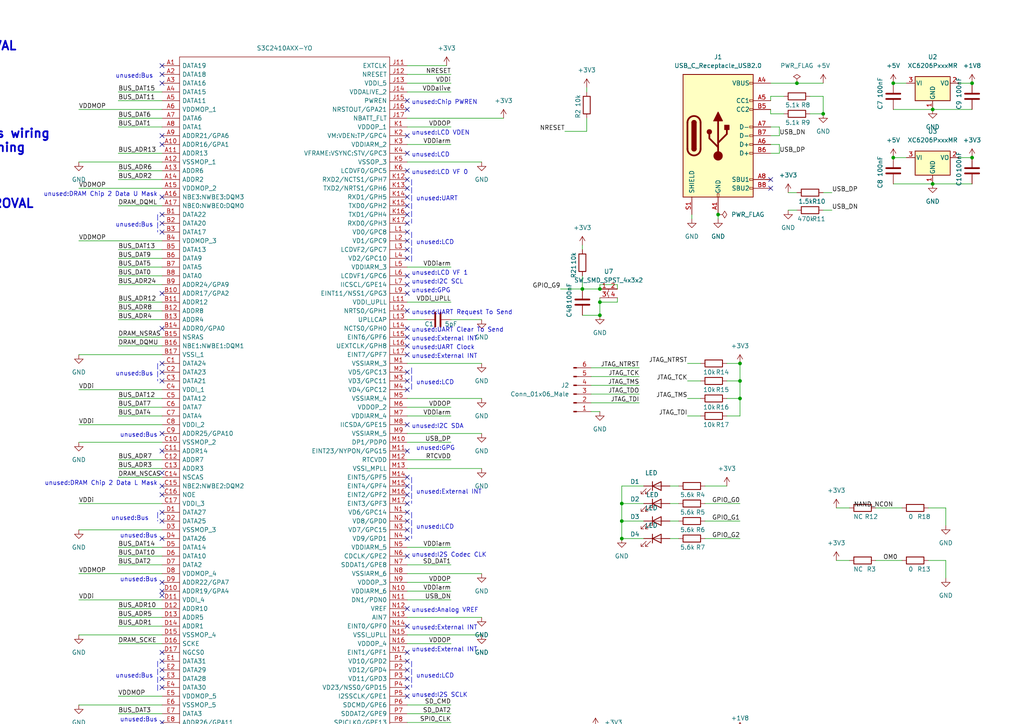
<source format=kicad_sch>
(kicad_sch (version 20211123) (generator eeschema)
  (paper "A4")
  (junction (at 214.63 283.21))
  (junction (at 173.99 91.44))
  (junction (at 207.01 270.51))
  (junction (at 207.01 321.31))
  (junction (at 281.94 45.72))
  (junction (at 172.72 295.91))
  (junction (at 172.72 238.76))
  (junction (at 173.99 87.63))
  (junction (at 27.94 388.62))
  (junction (at 172.72 245.11))
  (junction (at 165.1 251.46))
  (junction (at 139.7 313.69))
  (junction (at 214.63 264.16))
  (junction (at 22.86 339.09))
  (junction (at 207.01 264.16))
  (junction (at 207.01 245.11))
  (junction (at 172.72 270.51))
  (junction (at 214.63 115.57))
  (junction (at 214.63 314.96))
  (junction (at 168.91 83.82))
  (junction (at 180.34 151.13))
  (junction (at 180.34 156.21))
  (junction (at 259.08 45.72))
  (junction (at 165.1 245.11))
  (junction (at 214.63 276.86))
  (junction (at 172.72 251.46))
  (junction (at 22.86 255.27))
  (junction (at 172.72 302.26))
  (junction (at 22.86 260.35))
  (junction (at 165.1 289.56))
  (junction (at 165.1 257.81))
  (junction (at 207.01 251.46))
  (junction (at 207.01 327.66))
  (junction (at 22.86 262.89))
  (junction (at 270.51 31.75))
  (junction (at 165.1 270.51))
  (junction (at 259.08 24.13))
  (junction (at 270.51 53.34))
  (junction (at 214.63 238.76))
  (junction (at 207.01 302.26))
  (junction (at 172.72 257.81))
  (junction (at 214.63 321.31))
  (junction (at 214.63 289.56))
  (junction (at 139.7 318.77))
  (junction (at 238.76 33.02))
  (junction (at 214.63 110.49))
  (junction (at 214.63 270.51))
  (junction (at 22.86 245.11))
  (junction (at 207.01 276.86))
  (junction (at 172.72 264.16))
  (junction (at 207.01 257.81))
  (junction (at 214.63 251.46))
  (junction (at 165.1 283.21))
  (junction (at 207.01 289.56))
  (junction (at 139.7 316.23))
  (junction (at 172.72 289.56))
  (junction (at 22.86 247.65))
  (junction (at 165.1 308.61))
  (junction (at 132.08 361.95))
  (junction (at 207.01 283.21))
  (junction (at 172.72 283.21))
  (junction (at 214.63 295.91))
  (junction (at 132.08 359.41))
  (junction (at 207.01 308.61))
  (junction (at 139.7 311.15))
  (junction (at 165.1 264.16))
  (junction (at 412.75 118.11))
  (junction (at 281.94 24.13))
  (junction (at 22.86 252.73))
  (junction (at 214.63 257.81))
  (junction (at 207.01 295.91))
  (junction (at 214.63 105.41))
  (junction (at 173.99 83.82))
  (junction (at 165.1 295.91))
  (junction (at 231.14 24.13))
  (junction (at 214.63 245.11))
  (junction (at 326.39 113.03))
  (junction (at 207.01 314.96))
  (junction (at 214.63 308.61))
  (junction (at 132.08 356.87))
  (junction (at 214.63 302.26))
  (junction (at 208.28 62.23))
  (junction (at 165.1 302.26))
  (junction (at 180.34 146.05))
  (junction (at 139.7 273.05))
  (junction (at 165.1 276.86))
  (junction (at 172.72 276.86))
  (no_connect (at 46.99 151.13))
  (no_connect (at 118.11 31.75))
  (no_connect (at 118.11 80.01))
  (no_connect (at 46.99 67.31))
  (no_connect (at 46.99 95.25))
  (no_connect (at 118.11 262.89))
  (no_connect (at 46.99 143.51))
  (no_connect (at 46.99 168.91))
  (no_connect (at 118.11 54.61))
  (no_connect (at 118.11 59.69))
  (no_connect (at 118.11 255.27))
  (no_connect (at 118.11 85.09))
  (no_connect (at 46.99 270.51))
  (no_connect (at 118.11 138.43))
  (no_connect (at 118.11 29.21))
  (no_connect (at 46.99 257.81))
  (no_connect (at 46.99 64.77))
  (no_connect (at 118.11 214.63))
  (no_connect (at 118.11 140.97))
  (no_connect (at 118.11 90.17))
  (no_connect (at 118.11 260.35))
  (no_connect (at 118.11 222.25))
  (no_connect (at 266.7 243.84))
  (no_connect (at 46.99 283.21))
  (no_connect (at 46.99 323.85))
  (no_connect (at 118.11 82.55))
  (no_connect (at 46.99 62.23))
  (no_connect (at 46.99 224.79))
  (no_connect (at 46.99 359.41))
  (no_connect (at 118.11 64.77))
  (no_connect (at 118.11 97.79))
  (no_connect (at 46.99 199.39))
  (no_connect (at 46.99 24.13))
  (no_connect (at 46.99 191.77))
  (no_connect (at 46.99 110.49))
  (no_connect (at 266.7 246.38))
  (no_connect (at 46.99 148.59))
  (no_connect (at 118.11 349.25))
  (no_connect (at 46.99 137.16))
  (no_connect (at 46.99 156.21))
  (no_connect (at 46.99 125.73))
  (no_connect (at 46.99 237.49))
  (no_connect (at 118.11 143.51))
  (no_connect (at 223.52 54.61))
  (no_connect (at 223.52 52.07))
  (no_connect (at 46.99 189.23))
  (no_connect (at 118.11 341.63))
  (no_connect (at 118.11 130.81))
  (no_connect (at 118.11 344.17))
  (no_connect (at 118.11 212.09))
  (no_connect (at 46.99 140.97))
  (no_connect (at 118.11 201.93))
  (no_connect (at 118.11 334.01))
  (no_connect (at 46.99 288.29))
  (no_connect (at 46.99 278.13))
  (no_connect (at 118.11 161.29))
  (no_connect (at 46.99 194.31))
  (no_connect (at 46.99 229.87))
  (no_connect (at 118.11 189.23))
  (no_connect (at 118.11 123.19))
  (no_connect (at 46.99 41.91))
  (no_connect (at 46.99 39.37))
  (no_connect (at 46.99 354.33))
  (no_connect (at 118.11 62.23))
  (no_connect (at 46.99 318.77))
  (no_connect (at 46.99 285.75))
  (no_connect (at 118.11 275.59))
  (no_connect (at 118.11 288.29))
  (no_connect (at 46.99 85.09))
  (no_connect (at 46.99 298.45))
  (no_connect (at 46.99 105.41))
  (no_connect (at 408.94 44.45))
  (no_connect (at 118.11 39.37))
  (no_connect (at 46.99 107.95))
  (no_connect (at 118.11 181.61))
  (no_connect (at 118.11 49.53))
  (no_connect (at 46.99 349.25))
  (no_connect (at 118.11 242.57))
  (no_connect (at 118.11 240.03))
  (no_connect (at 118.11 237.49))
  (no_connect (at 118.11 323.85))
  (no_connect (at 118.11 321.31))
  (no_connect (at 118.11 326.39))
  (no_connect (at 118.11 278.13))
  (no_connect (at 118.11 283.21))
  (no_connect (at 118.11 280.67))
  (no_connect (at 118.11 285.75))
  (no_connect (at 118.11 199.39))
  (no_connect (at 118.11 196.85))
  (no_connect (at 118.11 191.77))
  (no_connect (at 118.11 194.31))
  (no_connect (at 118.11 44.45))
  (no_connect (at 118.11 156.21))
  (no_connect (at 118.11 153.67))
  (no_connect (at 118.11 151.13))
  (no_connect (at 118.11 113.03))
  (no_connect (at 118.11 110.49))
  (no_connect (at 118.11 107.95))
  (no_connect (at 118.11 148.59))
  (no_connect (at 118.11 146.05))
  (no_connect (at 118.11 72.39))
  (no_connect (at 118.11 69.85))
  (no_connect (at 118.11 67.31))
  (no_connect (at 118.11 74.93))
  (no_connect (at 46.99 214.63))
  (no_connect (at 46.99 275.59))
  (no_connect (at 46.99 280.67))
  (no_connect (at 46.99 232.41))
  (no_connect (at 46.99 171.45))
  (no_connect (at 118.11 331.47))
  (no_connect (at 118.11 102.87))
  (no_connect (at 46.99 196.85))
  (no_connect (at 118.11 100.33))
  (no_connect (at 118.11 95.25))
  (no_connect (at 46.99 57.15))
  (no_connect (at 46.99 19.05))
  (no_connect (at 46.99 21.59))
  (no_connect (at 46.99 321.31))
  (no_connect (at 46.99 172.72))
  (no_connect (at 118.11 57.15))
  (no_connect (at 118.11 306.07))
  (no_connect (at 46.99 242.57))
  (no_connect (at 46.99 234.95))
  (no_connect (at 46.99 227.33))
  (no_connect (at 46.99 267.97))
  (no_connect (at 46.99 209.55))
  (no_connect (at 118.11 257.81))
  (no_connect (at 118.11 176.53))
  (no_connect (at 118.11 52.07))
  (no_connect (at 46.99 130.81))
  (wire (pts (xy 34.29 250.19) (xy 46.99 250.19)))
  (wire (pts (xy 223.52 29.21) (xy 223.52 27.94)))
  (wire (pts (xy 430.53 45.72) (xy 430.53 48.26)))
  (wire (pts (xy 22.86 184.15) (xy 46.99 184.15)))
  (wire (pts (xy 118.11 351.79) (xy 132.08 351.79)))
  (wire (pts (xy 34.29 80.01) (xy 46.99 80.01)))
  (wire (pts (xy 238.76 27.94) (xy 238.76 33.02)))
  (wire (pts (xy 207.01 276.86) (xy 207.01 283.21)))
  (wire (pts (xy 210.82 105.41) (xy 214.63 105.41)))
  (wire (pts (xy 34.29 34.29) (xy 46.99 34.29)))
  (wire (pts (xy 22.86 54.61) (xy 46.99 54.61)))
  (wire (pts (xy 311.15 49.53) (xy 327.66 49.53)))
  (wire (pts (xy 199.39 105.41) (xy 203.2 105.41)))
  (wire (pts (xy 208.28 63.5) (xy 208.28 62.23)))
  (wire (pts (xy 118.11 46.99) (xy 139.7 46.99)))
  (wire (pts (xy 118.11 125.73) (xy 139.7 125.73)))
  (wire (pts (xy 332.74 123.19) (xy 347.98 123.19)))
  (wire (pts (xy 165.1 308.61) (xy 165.1 317.5)))
  (wire (pts (xy 22.86 69.85) (xy 46.99 69.85)))
  (wire (pts (xy 34.29 176.53) (xy 46.99 176.53)))
  (wire (pts (xy 34.29 290.83) (xy 46.99 290.83)))
  (wire (pts (xy 172.72 347.98) (xy 185.42 347.98)))
  (wire (pts (xy 270.51 53.34) (xy 281.94 53.34)))
  (wire (pts (xy 118.11 313.69) (xy 139.7 313.69)))
  (wire (pts (xy 259.08 45.72) (xy 262.89 45.72)))
  (wire (pts (xy 408.94 29.21) (xy 421.64 29.21)))
  (wire (pts (xy 118.11 245.11) (xy 139.7 245.11)))
  (wire (pts (xy 173.99 82.55) (xy 173.99 83.82)))
  (wire (pts (xy 214.63 295.91) (xy 214.63 302.26)))
  (wire (pts (xy 172.72 238.76) (xy 172.72 245.11)))
  (polyline (pts (xy 119.38 278.13) (xy 119.38 285.75)))
  (wire (pts (xy 427.99 115.57) (xy 427.99 118.11)))
  (wire (pts (xy 34.29 133.35) (xy 46.99 133.35)))
  (wire (pts (xy 393.7 151.13) (xy 408.94 151.13)))
  (wire (pts (xy 132.08 359.41) (xy 132.08 361.95)))
  (wire (pts (xy 168.91 80.01) (xy 168.91 83.82)))
  (wire (pts (xy 207.01 302.26) (xy 207.01 308.61)))
  (wire (pts (xy 251.46 231.14) (xy 266.7 231.14)))
  (wire (pts (xy 311.15 64.77) (xy 327.66 64.77)))
  (wire (pts (xy 316.23 22.86) (xy 316.23 25.4)))
  (wire (pts (xy 172.72 355.6) (xy 184.15 355.6)))
  (wire (pts (xy 34.29 346.71) (xy 46.99 346.71)))
  (wire (pts (xy 332.74 143.51) (xy 347.98 143.51)))
  (wire (pts (xy 180.34 146.05) (xy 180.34 151.13)))
  (wire (pts (xy 332.74 166.37) (xy 347.98 166.37)))
  (wire (pts (xy 118.11 171.45) (xy 130.81 171.45)))
  (wire (pts (xy 172.72 245.11) (xy 172.72 251.46)))
  (wire (pts (xy 207.01 314.96) (xy 207.01 321.31)))
  (wire (pts (xy 172.72 353.06) (xy 184.15 353.06)))
  (wire (pts (xy 326.39 125.73) (xy 347.98 125.73)))
  (wire (pts (xy 118.11 356.87) (xy 132.08 356.87)))
  (wire (pts (xy 172.72 264.16) (xy 172.72 270.51)))
  (wire (pts (xy 22.86 173.99) (xy 46.99 173.99)))
  (wire (pts (xy 118.11 184.15) (xy 139.7 184.15)))
  (wire (pts (xy 172.72 257.81) (xy 172.72 264.16)))
  (wire (pts (xy 242.57 162.56) (xy 246.38 162.56)))
  (wire (pts (xy 34.29 308.61) (xy 46.99 308.61)))
  (wire (pts (xy 393.7 120.65) (xy 408.94 120.65)))
  (wire (pts (xy 34.29 313.69) (xy 46.99 313.69)))
  (wire (pts (xy 22.86 260.35) (xy 22.86 262.89)))
  (wire (pts (xy 179.07 87.63) (xy 173.99 87.63)))
  (wire (pts (xy 408.94 34.29) (xy 421.64 34.29)))
  (wire (pts (xy 408.94 64.77) (xy 421.64 64.77)))
  (wire (pts (xy 172.72 365.76) (xy 175.26 365.76)))
  (wire (pts (xy 118.11 224.79) (xy 130.81 224.79)))
  (wire (pts (xy 118.11 295.91) (xy 132.08 295.91)))
  (wire (pts (xy 223.52 31.75) (xy 223.52 33.02)))
  (wire (pts (xy 408.94 46.99) (xy 421.64 46.99)))
  (wire (pts (xy 34.29 181.61) (xy 46.99 181.61)))
  (wire (pts (xy 118.11 158.75) (xy 130.81 158.75)))
  (wire (pts (xy 172.72 360.68) (xy 184.15 360.68)))
  (wire (pts (xy 118.11 186.69) (xy 130.81 186.69)))
  (wire (pts (xy 118.11 328.93) (xy 139.7 328.93)))
  (wire (pts (xy 34.29 212.09) (xy 46.99 212.09)))
  (wire (pts (xy 118.11 252.73) (xy 130.81 252.73)))
  (wire (pts (xy 180.34 156.21) (xy 186.69 156.21)))
  (wire (pts (xy 34.29 163.83) (xy 46.99 163.83)))
  (wire (pts (xy 274.32 162.56) (xy 274.32 167.64)))
  (wire (pts (xy 34.29 336.55) (xy 46.99 336.55)))
  (wire (pts (xy 22.86 339.09) (xy 22.86 334.01)))
  (wire (pts (xy 269.24 147.32) (xy 274.32 147.32)))
  (wire (pts (xy 412.75 113.03) (xy 412.75 118.11)))
  (wire (pts (xy 22.86 316.23) (xy 46.99 316.23)))
  (wire (pts (xy 118.11 354.33) (xy 132.08 354.33)))
  (wire (pts (xy 207.01 270.51) (xy 207.01 276.86)))
  (wire (pts (xy 118.11 217.17) (xy 130.81 217.17)))
  (wire (pts (xy 365.76 189.23) (xy 368.3 189.23)))
  (wire (pts (xy 314.96 34.29) (xy 327.66 34.29)))
  (wire (pts (xy 22.86 247.65) (xy 22.86 245.11)))
  (wire (pts (xy 22.86 255.27) (xy 46.99 255.27)))
  (wire (pts (xy 427.99 142.24) (xy 427.99 144.78)))
  (wire (pts (xy 118.11 115.57) (xy 139.7 115.57)))
  (wire (pts (xy 255.27 228.6) (xy 266.7 228.6)))
  (wire (pts (xy 172.72 345.44) (xy 181.61 345.44)))
  (wire (pts (xy 255.27 226.06) (xy 266.7 226.06)))
  (wire (pts (xy 393.7 135.89) (xy 408.94 135.89)))
  (wire (pts (xy 223.52 39.37) (xy 226.06 39.37)))
  (wire (pts (xy 214.63 283.21) (xy 214.63 289.56)))
  (wire (pts (xy 22.86 146.05) (xy 46.99 146.05)))
  (polyline (pts (xy 119.38 148.59) (xy 119.38 156.21)))
  (wire (pts (xy 22.86 166.37) (xy 46.99 166.37)))
  (wire (pts (xy 118.11 24.13) (xy 130.81 24.13)))
  (wire (pts (xy 22.86 255.27) (xy 22.86 252.73)))
  (wire (pts (xy 172.72 210.82) (xy 172.72 238.76)))
  (wire (pts (xy 317.5 161.29) (xy 317.5 163.83)))
  (polyline (pts (xy 119.38 67.31) (xy 119.38 76.2)))
  (wire (pts (xy 22.86 240.03) (xy 46.99 240.03)))
  (wire (pts (xy 170.18 25.4) (xy 170.18 26.67)))
  (wire (pts (xy 393.7 176.53) (xy 408.94 176.53)))
  (wire (pts (xy 118.11 219.71) (xy 139.7 219.71)))
  (wire (pts (xy 168.91 83.82) (xy 173.99 83.82)))
  (wire (pts (xy 118.11 298.45) (xy 139.7 298.45)))
  (wire (pts (xy 278.13 45.72) (xy 281.94 45.72)))
  (wire (pts (xy 314.96 57.15) (xy 327.66 57.15)))
  (wire (pts (xy 165.1 283.21) (xy 165.1 289.56)))
  (wire (pts (xy 118.11 232.41) (xy 130.81 232.41)))
  (wire (pts (xy 34.29 331.47) (xy 46.99 331.47)))
  (wire (pts (xy 118.11 247.65) (xy 130.81 247.65)))
  (wire (pts (xy 34.29 90.17) (xy 46.99 90.17)))
  (wire (pts (xy 316.23 12.7) (xy 316.23 15.24)))
  (wire (pts (xy 118.11 41.91) (xy 130.81 41.91)))
  (polyline (pts (xy 45.72 191.77) (xy 45.72 200.66)))
  (wire (pts (xy 34.29 138.43) (xy 46.99 138.43)))
  (wire (pts (xy 207.01 295.91) (xy 207.01 302.26)))
  (wire (pts (xy 118.11 77.47) (xy 130.81 77.47)))
  (wire (pts (xy 34.29 100.33) (xy 46.99 100.33)))
  (polyline (pts (xy 119.38 138.43) (xy 119.38 146.05)))
  (wire (pts (xy 375.92 189.23) (xy 378.46 189.23)))
  (wire (pts (xy 34.29 303.53) (xy 46.99 303.53)))
  (wire (pts (xy 34.29 49.53) (xy 46.99 49.53)))
  (wire (pts (xy 34.29 186.69) (xy 46.99 186.69)))
  (polyline (pts (xy 45.72 231.14) (xy 45.72 232.41)))
  (wire (pts (xy 118.11 163.83) (xy 130.81 163.83)))
  (wire (pts (xy 231.14 24.13) (xy 238.76 24.13)))
  (wire (pts (xy 308.61 135.89) (xy 308.61 138.43)))
  (wire (pts (xy 393.7 171.45) (xy 408.94 171.45)))
  (polyline (pts (xy 119.38 237.49) (xy 119.38 243.84)))
  (wire (pts (xy 34.29 87.63) (xy 46.99 87.63)))
  (wire (pts (xy 118.11 118.11) (xy 130.81 118.11)))
  (wire (pts (xy 171.45 106.68) (xy 185.42 106.68)))
  (wire (pts (xy 22.86 247.65) (xy 46.99 247.65)))
  (wire (pts (xy 199.39 115.57) (xy 203.2 115.57)))
  (wire (pts (xy 194.31 146.05) (xy 196.85 146.05)))
  (wire (pts (xy 207.01 264.16) (xy 207.01 270.51)))
  (wire (pts (xy 118.11 293.37) (xy 132.08 293.37)))
  (polyline (pts (xy 45.72 234.95) (xy 45.72 237.49)))
  (wire (pts (xy 165.1 264.16) (xy 165.1 270.51)))
  (wire (pts (xy 163.83 38.1) (xy 170.18 38.1)))
  (wire (pts (xy 34.29 97.79) (xy 46.99 97.79)))
  (wire (pts (xy 214.63 238.76) (xy 214.63 245.11)))
  (wire (pts (xy 255.27 223.52) (xy 266.7 223.52)))
  (wire (pts (xy 34.29 92.71) (xy 46.99 92.71)))
  (wire (pts (xy 180.34 140.97) (xy 180.34 146.05)))
  (polyline (pts (xy 45.72 105.41) (xy 45.72 110.49)))
  (wire (pts (xy 214.63 212.09) (xy 214.63 238.76)))
  (wire (pts (xy 118.11 135.89) (xy 139.7 135.89)))
  (wire (pts (xy 199.39 120.65) (xy 203.2 120.65)))
  (wire (pts (xy 179.07 83.82) (xy 179.07 82.55)))
  (wire (pts (xy 171.45 111.76) (xy 185.42 111.76)))
  (wire (pts (xy 22.86 252.73) (xy 46.99 252.73)))
  (wire (pts (xy 332.74 138.43) (xy 347.98 138.43)))
  (wire (pts (xy 34.29 52.07) (xy 46.99 52.07)))
  (wire (pts (xy 118.11 308.61) (xy 139.7 308.61)))
  (wire (pts (xy 22.86 123.19) (xy 46.99 123.19)))
  (wire (pts (xy 27.94 388.62) (xy 27.94 381)))
  (wire (pts (xy 171.45 119.38) (xy 173.99 119.38)))
  (wire (pts (xy 427.99 125.73) (xy 427.99 128.27)))
  (wire (pts (xy 34.29 361.95) (xy 46.99 361.95)))
  (wire (pts (xy 332.74 163.83) (xy 347.98 163.83)))
  (wire (pts (xy 118.11 303.53) (xy 132.08 303.53)))
  (polyline (pts (xy 119.38 191.77) (xy 119.38 199.39)))
  (wire (pts (xy 118.11 92.71) (xy 123.19 92.71)))
  (wire (pts (xy 332.74 115.57) (xy 347.98 115.57)))
  (wire (pts (xy 204.47 156.21) (xy 214.63 156.21)))
  (polyline (pts (xy 119.38 321.31) (xy 119.38 326.39)))
  (wire (pts (xy 22.86 339.09) (xy 46.99 339.09)))
  (wire (pts (xy 393.7 146.05) (xy 412.75 146.05)))
  (wire (pts (xy 22.86 245.11) (xy 46.99 245.11)))
  (wire (pts (xy 259.08 53.34) (xy 270.51 53.34)))
  (wire (pts (xy 214.63 314.96) (xy 214.63 321.31)))
  (wire (pts (xy 34.29 115.57) (xy 46.99 115.57)))
  (wire (pts (xy 238.76 60.96) (xy 241.3 60.96)))
  (polyline (pts (xy 119.38 212.09) (xy 119.38 214.63)))
  (wire (pts (xy 118.11 26.67) (xy 130.81 26.67)))
  (wire (pts (xy 130.81 92.71) (xy 139.7 92.71)))
  (wire (pts (xy 34.29 293.37) (xy 46.99 293.37)))
  (wire (pts (xy 118.11 209.55) (xy 130.81 209.55)))
  (wire (pts (xy 393.7 173.99) (xy 408.94 173.99)))
  (wire (pts (xy 393.7 113.03) (xy 412.75 113.03)))
  (wire (pts (xy 181.61 345.44) (xy 181.61 342.9)))
  (wire (pts (xy 180.34 146.05) (xy 186.69 146.05)))
  (wire (pts (xy 210.82 115.57) (xy 214.63 115.57)))
  (wire (pts (xy 408.94 49.53) (xy 421.64 49.53)))
  (wire (pts (xy 214.63 120.65) (xy 214.63 115.57)))
  (wire (pts (xy 34.29 356.87) (xy 46.99 356.87)))
  (wire (pts (xy 34.29 161.29) (xy 46.99 161.29)))
  (wire (pts (xy 332.74 120.65) (xy 347.98 120.65)))
  (wire (pts (xy 172.72 342.9) (xy 177.8 342.9)))
  (wire (pts (xy 34.29 273.05) (xy 46.99 273.05)))
  (wire (pts (xy 171.45 114.3) (xy 185.42 114.3)))
  (wire (pts (xy 194.31 156.21) (xy 196.85 156.21)))
  (wire (pts (xy 118.11 166.37) (xy 139.7 166.37)))
  (wire (pts (xy 223.52 33.02) (xy 227.33 33.02)))
  (wire (pts (xy 34.29 217.17) (xy 46.99 217.17)))
  (wire (pts (xy 199.39 110.49) (xy 203.2 110.49)))
  (wire (pts (xy 278.13 24.13) (xy 281.94 24.13)))
  (wire (pts (xy 34.29 118.11) (xy 46.99 118.11)))
  (wire (pts (xy 180.34 151.13) (xy 180.34 156.21)))
  (polyline (pts (xy 119.38 254) (xy 119.38 260.35)))
  (wire (pts (xy 194.31 140.97) (xy 196.85 140.97)))
  (wire (pts (xy 269.24 162.56) (xy 274.32 162.56)))
  (wire (pts (xy 34.29 135.89) (xy 46.99 135.89)))
  (wire (pts (xy 314.96 62.23) (xy 327.66 62.23)))
  (wire (pts (xy 173.99 91.44) (xy 173.99 87.63)))
  (wire (pts (xy 393.7 166.37) (xy 408.94 166.37)))
  (wire (pts (xy 234.95 33.02) (xy 238.76 33.02)))
  (wire (pts (xy 162.56 83.82) (xy 168.91 83.82)))
  (wire (pts (xy 118.11 346.71) (xy 132.08 346.71)))
  (wire (pts (xy 118.11 339.09) (xy 132.08 339.09)))
  (wire (pts (xy 118.11 87.63) (xy 130.81 87.63)))
  (wire (pts (xy 408.94 67.31) (xy 421.64 67.31)))
  (wire (pts (xy 34.29 158.75) (xy 46.99 158.75)))
  (wire (pts (xy 214.63 264.16) (xy 214.63 270.51)))
  (wire (pts (xy 130.81 21.59) (xy 118.11 21.59)))
  (wire (pts (xy 118.11 290.83) (xy 132.08 290.83)))
  (wire (pts (xy 22.86 295.91) (xy 46.99 295.91)))
  (wire (pts (xy 259.08 31.75) (xy 270.51 31.75)))
  (wire (pts (xy 408.94 31.75) (xy 421.64 31.75)))
  (wire (pts (xy 251.46 236.22) (xy 266.7 236.22)))
  (wire (pts (xy 172.72 358.14) (xy 184.15 358.14)))
  (wire (pts (xy 118.11 267.97) (xy 130.81 267.97)))
  (polyline (pts (xy 45.72 148.59) (xy 45.72 151.13)))
  (wire (pts (xy 214.63 270.51) (xy 214.63 276.86)))
  (wire (pts (xy 34.29 82.55) (xy 46.99 82.55)))
  (wire (pts (xy 270.51 31.75) (xy 281.94 31.75)))
  (wire (pts (xy 326.39 140.97) (xy 347.98 140.97)))
  (wire (pts (xy 393.7 168.91) (xy 408.94 168.91)))
  (wire (pts (xy 393.7 130.81) (xy 408.94 130.81)))
  (wire (pts (xy 118.11 105.41) (xy 139.7 105.41)))
  (wire (pts (xy 46.99 262.89) (xy 22.86 262.89)))
  (wire (pts (xy 393.7 161.29) (xy 408.94 161.29)))
  (wire (pts (xy 223.52 27.94) (xy 227.33 27.94)))
  (wire (pts (xy 207.01 257.81) (xy 207.01 264.16)))
  (wire (pts (xy 118.11 227.33) (xy 130.81 227.33)))
  (wire (pts (xy 214.63 321.31) (xy 214.63 327.66)))
  (wire (pts (xy 332.74 173.99) (xy 347.98 173.99)))
  (wire (pts (xy 223.52 41.91) (xy 226.06 41.91)))
  (wire (pts (xy 118.11 179.07) (xy 139.7 179.07)))
  (wire (pts (xy 393.7 143.51) (xy 408.94 143.51)))
  (wire (pts (xy 214.63 257.81) (xy 214.63 264.16)))
  (wire (pts (xy 34.29 326.39) (xy 46.99 326.39)))
  (polyline (pts (xy 45.72 318.77) (xy 45.72 323.85)))
  (wire (pts (xy 200.66 63.5) (xy 200.66 62.23)))
  (wire (pts (xy 321.31 133.35) (xy 347.98 133.35)))
  (wire (pts (xy 308.61 146.05) (xy 308.61 148.59)))
  (wire (pts (xy 332.74 151.13) (xy 347.98 151.13)))
  (wire (pts (xy 173.99 87.63) (xy 173.99 86.36)))
  (wire (pts (xy 408.94 62.23) (xy 421.64 62.23)))
  (wire (pts (xy 210.82 120.65) (xy 214.63 120.65)))
  (wire (pts (xy 172.72 302.26) (xy 172.72 308.61)))
  (wire (pts (xy 332.74 153.67) (xy 347.98 153.67)))
  (wire (pts (xy 393.7 115.57) (xy 408.94 115.57)))
  (wire (pts (xy 165.1 257.81) (xy 165.1 264.16)))
  (wire (pts (xy 274.32 147.32) (xy 274.32 152.4)))
  (wire (pts (xy 214.63 115.57) (xy 214.63 110.49)))
  (wire (pts (xy 118.11 120.65) (xy 130.81 120.65)))
  (wire (pts (xy 165.1 251.46) (xy 165.1 257.81)))
  (wire (pts (xy 430.53 55.88) (xy 430.53 58.42)))
  (wire (pts (xy 139.7 316.23) (xy 139.7 318.77)))
  (wire (pts (xy 22.86 128.27) (xy 46.99 128.27)))
  (wire (pts (xy 34.29 265.43) (xy 46.99 265.43)))
  (wire (pts (xy 254 162.56) (xy 261.62 162.56)))
  (wire (pts (xy 34.29 26.67) (xy 46.99 26.67)))
  (wire (pts (xy 228.6 60.96) (xy 231.14 60.96)))
  (wire (pts (xy 255.27 241.3) (xy 266.7 241.3)))
  (wire (pts (xy 118.11 229.87) (xy 139.7 229.87)))
  (wire (pts (xy 179.07 82.55) (xy 173.99 82.55)))
  (wire (pts (xy 22.86 260.35) (xy 22.86 255.27)))
  (wire (pts (xy 223.52 24.13) (xy 231.14 24.13)))
  (wire (pts (xy 34.29 344.17) (xy 46.99 344.17)))
  (wire (pts (xy 214.63 276.86) (xy 214.63 283.21)))
  (wire (pts (xy 118.11 336.55) (xy 132.08 336.55)))
  (wire (pts (xy 34.29 44.45) (xy 46.99 44.45)))
  (wire (pts (xy 332.74 161.29) (xy 347.98 161.29)))
  (wire (pts (xy 22.86 252.73) (xy 22.86 247.65)))
  (wire (pts (xy 317.5 128.27) (xy 317.5 130.81)))
  (wire (pts (xy 194.31 151.13) (xy 196.85 151.13)))
  (wire (pts (xy 255.27 238.76) (xy 266.7 238.76)))
  (wire (pts (xy 204.47 151.13) (xy 214.63 151.13)))
  (wire (pts (xy 22.86 31.75) (xy 46.99 31.75)))
  (wire (pts (xy 34.29 77.47) (xy 46.99 77.47)))
  (wire (pts (xy 34.29 74.93) (xy 46.99 74.93)))
  (wire (pts (xy 223.52 36.83) (xy 226.06 36.83)))
  (wire (pts (xy 314.96 39.37) (xy 327.66 39.37)))
  (wire (pts (xy 214.63 245.11) (xy 214.63 251.46)))
  (wire (pts (xy 172.72 350.52) (xy 184.15 350.52)))
  (wire (pts (xy 393.7 153.67) (xy 408.94 153.67)))
  (wire (pts (xy 171.45 116.84) (xy 185.42 116.84)))
  (wire (pts (xy 139.7 313.69) (xy 139.7 316.23)))
  (wire (pts (xy 317.5 151.13) (xy 317.5 153.67)))
  (wire (pts (xy 234.95 27.94) (xy 238.76 27.94)))
  (wire (pts (xy 78.74 384.81) (xy 83.82 384.81)))
  (wire (pts (xy 172.72 276.86) (xy 172.72 283.21)))
  (wire (pts (xy 393.7 118.11) (xy 412.75 118.11)))
  (wire (pts (xy 165.1 295.91) (xy 165.1 302.26)))
  (wire (pts (xy 138.43 232.41) (xy 139.7 232.41)))
  (wire (pts (xy 172.72 283.21) (xy 172.72 289.56)))
  (wire (pts (xy 259.08 24.13) (xy 262.89 24.13)))
  (wire (pts (xy 332.74 158.75) (xy 347.98 158.75)))
  (wire (pts (xy 34.29 311.15) (xy 46.99 311.15)))
  (wire (pts (xy 332.74 176.53) (xy 347.98 176.53)))
  (wire (pts (xy 118.11 318.77) (xy 139.7 318.77)))
  (wire (pts (xy 22.86 153.67) (xy 46.99 153.67)))
  (wire (pts (xy 427.99 152.4) (xy 427.99 154.94)))
  (wire (pts (xy 118.11 359.41) (xy 132.08 359.41)))
  (wire (pts (xy 118.11 234.95) (xy 130.81 234.95)))
  (wire (pts (xy 91.44 384.81) (xy 97.79 384.81)))
  (wire (pts (xy 165.1 276.86) (xy 165.1 283.21)))
  (wire (pts (xy 170.18 34.29) (xy 170.18 38.1)))
  (wire (pts (xy 27.94 388.62) (xy 34.29 388.62)))
  (wire (pts (xy 22.86 204.47) (xy 46.99 204.47)))
  (wire (pts (xy 34.29 59.69) (xy 46.99 59.69)))
  (polyline (pts (xy 119.38 331.47) (xy 119.38 334.01)))
  (wire (pts (xy 180.34 151.13) (xy 186.69 151.13)))
  (wire (pts (xy 393.7 158.75) (xy 408.94 158.75)))
  (polyline (pts (xy 119.38 52.07) (xy 119.38 64.77)))
  (wire (pts (xy 326.39 113.03) (xy 347.98 113.03)))
  (wire (pts (xy 34.29 341.63) (xy 46.99 341.63)))
  (wire (pts (xy 118.11 173.99) (xy 130.81 173.99)))
  (wire (pts (xy 204.47 140.97) (xy 210.82 140.97)))
  (wire (pts (xy 118.11 207.01) (xy 130.81 207.01)))
  (wire (pts (xy 172.72 289.56) (xy 172.72 295.91)))
  (wire (pts (xy 393.7 179.07) (xy 408.94 179.07)))
  (wire (pts (xy 165.1 245.11) (xy 165.1 251.46)))
  (wire (pts (xy 314.96 36.83) (xy 327.66 36.83)))
  (wire (pts (xy 41.91 381) (xy 45.72 381)))
  (wire (pts (xy 179.07 86.36) (xy 179.07 87.63)))
  (wire (pts (xy 332.74 156.21) (xy 347.98 156.21)))
  (wire (pts (xy 311.15 46.99) (xy 327.66 46.99)))
  (wire (pts (xy 214.63 308.61) (xy 214.63 314.96)))
  (wire (pts (xy 27.94 381) (xy 34.29 381)))
  (wire (pts (xy 214.63 302.26) (xy 214.63 308.61)))
  (wire (pts (xy 118.11 168.91) (xy 130.81 168.91)))
  (wire (pts (xy 314.96 59.69) (xy 327.66 59.69)))
  (wire (pts (xy 165.1 238.76) (xy 165.1 245.11)))
  (wire (pts (xy 207.01 251.46) (xy 207.01 257.81)))
  (wire (pts (xy 168.91 91.44) (xy 173.99 91.44)))
  (wire (pts (xy 139.7 270.51) (xy 139.7 273.05)))
  (wire (pts (xy 393.7 140.97) (xy 417.83 140.97)))
  (wire (pts (xy 332.74 171.45) (xy 347.98 171.45)))
  (wire (pts (xy 118.11 19.05) (xy 129.54 19.05)))
  (wire (pts (xy 408.94 36.83) (xy 421.64 36.83)))
  (wire (pts (xy 132.08 354.33) (xy 132.08 356.87)))
  (wire (pts (xy 242.57 147.32) (xy 246.38 147.32)))
  (wire (pts (xy 118.11 361.95) (xy 132.08 361.95)))
  (wire (pts (xy 204.47 146.05) (xy 214.63 146.05)))
  (wire (pts (xy 172.72 363.22) (xy 184.15 363.22)))
  (wire (pts (xy 238.76 55.88) (xy 241.3 55.88)))
  (wire (pts (xy 118.11 316.23) (xy 139.7 316.23)))
  (wire (pts (xy 118.11 133.35) (xy 130.81 133.35)))
  (wire (pts (xy 22.86 334.01) (xy 46.99 334.01)))
  (wire (pts (xy 408.94 59.69) (xy 421.64 59.69)))
  (wire (pts (xy 22.86 260.35) (xy 46.99 260.35)))
  (wire (pts (xy 165.1 270.51) (xy 165.1 276.86)))
  (wire (pts (xy 118.11 273.05) (xy 139.7 273.05)))
  (wire (pts (xy 118.11 250.19) (xy 130.81 250.19)))
  (polyline (pts (xy 119.38 106.68) (xy 119.38 113.03)))
  (wire (pts (xy 34.29 328.93) (xy 46.99 328.93)))
  (wire (pts (xy 34.29 201.93) (xy 46.99 201.93)))
  (wire (pts (xy 223.52 44.45) (xy 226.06 44.45)))
  (wire (pts (xy 22.86 113.03) (xy 46.99 113.03)))
  (wire (pts (xy 118.11 34.29) (xy 146.05 34.29)))
  (polyline (pts (xy 45.72 283.21) (xy 45.72 285.75)))
  (wire (pts (xy 393.7 163.83) (xy 408.94 163.83)))
  (wire (pts (xy 118.11 128.27) (xy 130.81 128.27)))
  (wire (pts (xy 207.01 327.66) (xy 207.01 336.55)))
  (wire (pts (xy 34.29 120.65) (xy 46.99 120.65)))
  (wire (pts (xy 214.63 251.46) (xy 214.63 257.81)))
  (wire (pts (xy 214.63 289.56) (xy 214.63 295.91)))
  (wire (pts (xy 34.29 207.01) (xy 46.99 207.01)))
  (wire (pts (xy 393.7 128.27) (xy 408.94 128.27)))
  (wire (pts (xy 34.29 179.07) (xy 46.99 179.07)))
  (wire (pts (xy 332.74 148.59) (xy 347.98 148.59)))
  (wire (pts (xy 347.98 118.11) (xy 326.39 118.11)))
  (wire (pts (xy 207.01 289.56) (xy 207.01 295.91)))
  (wire (pts (xy 22.86 102.87) (xy 46.99 102.87)))
  (wire (pts (xy 172.72 295.91) (xy 172.72 302.26)))
  (wire (pts (xy 34.29 300.99) (xy 46.99 300.99)))
  (wire (pts (xy 172.72 251.46) (xy 172.72 257.81)))
  (wire (pts (xy 393.7 156.21) (xy 408.94 156.21)))
  (wire (pts (xy 393.7 125.73) (xy 417.83 125.73)))
  (wire (pts (xy 168.91 71.12) (xy 168.91 72.39)))
  (wire (pts (xy 332.74 168.91) (xy 347.98 168.91)))
  (wire (pts (xy 34.29 222.25) (xy 46.99 222.25)))
  (wire (pts (xy 207.01 238.76) (xy 207.01 245.11)))
  (wire (pts (xy 139.7 311.15) (xy 139.7 313.69)))
  (wire (pts (xy 171.45 109.22) (xy 185.42 109.22)))
  (wire (pts (xy 34.29 29.21) (xy 46.99 29.21)))
  (wire (pts (xy 165.1 289.56) (xy 165.1 295.91)))
  (wire (pts (xy 254 147.32) (xy 261.62 147.32)))
  (wire (pts (xy 393.7 133.35) (xy 412.75 133.35)))
  (wire (pts (xy 34.29 351.79) (xy 46.99 351.79)))
  (wire (pts (xy 118.11 270.51) (xy 139.7 270.51)))
  (wire (pts (xy 207.01 308.61) (xy 207.01 314.96)))
  (wire (pts (xy 332.74 135.89) (xy 347.98 135.89)))
  (wire (pts (xy 139.7 308.61) (xy 139.7 311.15)))
  (wire (pts (xy 118.11 204.47) (xy 130.81 204.47)))
  (wire (pts (xy 34.29 219.71) (xy 46.99 219.71)))
  (wire (pts (xy 327.66 179.07) (xy 347.98 179.07)))
  (wire (pts (xy 207.01 245.11) (xy 207.01 251.46)))
  (wire (pts (xy 185.42 347.98) (xy 185.42 342.9)))
  (wire (pts (xy 165.1 302.26) (xy 165.1 308.61)))
  (wire (pts (xy 332.74 130.81) (xy 347.98 130.81)))
  (wire (pts (xy 22.86 245.11) (xy 22.86 240.03)))
  (wire (pts (xy 118.11 311.15) (xy 139.7 311.15)))
  (wire (pts (xy 321.31 146.05) (xy 347.98 146.05)))
  (wire (pts (xy 34.29 306.07) (xy 46.99 306.07)))
  (wire (pts (xy 226.06 41.91) (xy 226.06 44.45)))
  (wire (pts (xy 207.01 283.21) (xy 207.01 289.56)))
  (polyline (pts (xy 45.72 62.23) (xy 45.72 67.31)))
  (wire (pts (xy 22.86 46.99) (xy 46.99 46.99)))
  (wire (pts (xy 255.27 233.68) (xy 266.7 233.68)))
  (wire (pts (xy 207.01 321.31) (xy 207.01 327.66)))
  (wire (pts (xy 228.6 55.88) (xy 231.14 55.88)))
  (wire (pts (xy 332.74 128.27) (xy 347.98 128.27)))
  (wire (pts (xy 34.29 72.39) (xy 46.99 72.39)))
  (wire (pts (xy 326.39 118.11) (xy 326.39 113.03)))
  (wire (pts (xy 118.11 36.83) (xy 130.81 36.83)))
  (wire (pts (xy 210.82 110.49) (xy 214.63 110.49)))
  (wire (pts (xy 317.5 118.11) (xy 317.5 120.65)))
  (wire (pts (xy 172.72 270.51) (xy 172.72 276.86)))
  (wire (pts (xy 393.7 123.19) (xy 408.94 123.19)))
  (wire (pts (xy 132.08 356.87) (xy 132.08 359.41)))
  (wire (pts (xy 41.91 388.62) (xy 45.72 388.62)))
  (wire (pts (xy 118.11 300.99) (xy 132.08 300.99)))
  (wire (pts (xy 226.06 36.83) (xy 226.06 39.37)))
  (wire (pts (xy 393.7 138.43) (xy 408.94 138.43)))
  (wire (pts (xy 186.69 140.97) (xy 180.34 140.97)))
  (wire (pts (xy 214.63 110.49) (xy 214.63 105.41)))
  (wire (pts (xy 34.29 36.83) (xy 46.99 36.83)))
  (wire (pts (xy 118.11 265.43) (xy 130.81 265.43)))
  (text "unused:DRAM Chip 2 Data U Mask" (at 45.72 57.15 180) (effects (font (size 1.27 1.27)) (justify right bottom)))
  (text "unused:DRAM Chip 2 Data L Mask" (at 45.72 140.97 180) (effects (font (size 1.27 1.27)) (justify right bottom)))
  (text "unused:Bus" (at 45.72 209.55 180) (effects (font (size 1.27 1.27)) (justify right bottom)))
  (text "unused:TIMER/PWM Out 2" (at 45.72 243.84 180) (effects (font (size 1.27 1.27)) (justify right bottom)))
  (text "unused:I2S LRCK" (at 119.38 289.56 0) (effects (font (size 1.27 1.27)) (justify left bottom)))
  (text "unused:LCD" (at 120.65 111.76 0) (effects (font (size 1.27 1.27)) (justify left bottom)))
  (text "unused:UART" (at 120.65 58.42 0) (effects (font (size 1.27 1.27)) (justify left bottom)))
  (text "unused:Bus" (at 45.72 127 180) (effects (font (size 1.27 1.27)) (justify right bottom)))
  (text "unused:LCD" (at 120.65 325.12 0) (effects (font (size 1.27 1.27)) (justify left bottom)))
  (text "unused:Bus" (at 45.72 156.21 180) (effects (font (size 1.27 1.27)) (justify right bottom)))
  (text "unused:UART Clear To Send" (at 119.38 96.52 0) (effects (font (size 1.27 1.27)) (justify left bottom)))
  (text "unused:Bus" (at 43.18 151.13 180) (effects (font (size 1.27 1.27)) (justify right bottom)))
  (text "unused:LCD" (at 120.65 283.21 0) (effects (font (size 1.27 1.27)) (justify left bottom)))
  (text "unused:Bus" (at 45.72 168.91 180) (effects (font (size 1.27 1.27)) (justify right bottom)))
  (text "unused:External INT" (at 119.38 104.14 0) (effects (font (size 1.27 1.27)) (justify left bottom)))
  (text "unused:DRAM 2 CS" (at 45.72 275.59 180) (effects (font (size 1.27 1.27)) (justify right bottom)))
  (text "unused:GPG" (at 120.65 130.81 0) (effects (font (size 1.27 1.27)) (justify left bottom)))
  (text "unused:RTC XTAL OUT\n" (at 118.11 275.59 0) (effects (font (size 1.27 1.27)) (justify left bottom)))
  (text "unused:LCD" (at 45.72 349.25 180) (effects (font (size 1.27 1.27)) (justify right bottom)))
  (text "unused:GPG" (at 120.65 259.08 0) (effects (font (size 1.27 1.27)) (justify left bottom)))
  (text "unused:LCD" (at 121.92 241.3 0) (effects (font (size 1.27 1.27)) (justify left bottom)))
  (text "unused:LCD VF 0" (at 119.38 50.8 0) (effects (font (size 1.27 1.27)) (justify left bottom)))
  (text "unused:Bus" (at 44.45 66.04 180) (effects (font (size 1.27 1.27)) (justify right bottom)))
  (text "unused:I2S" (at 120.65 334.01 0) (effects (font (size 1.27 1.27)) (justify left bottom)))
  (text "unused:Chip Clock Out\n" (at 119.38 262.89 0) (effects (font (size 1.27 1.27)) (justify left bottom)))
  (text "unused:External INT" (at 119.38 189.23 0) (effects (font (size 1.27 1.27)) (justify left bottom)))
  (text "unused:USB Host DN 0" (at 119.38 307.34 0) (effects (font (size 1.27 1.27)) (justify left bottom)))
  (text "unused:LCD LEND" (at 45.72 354.33 180) (effects (font (size 1.27 1.27)) (justify right bottom)))
  (text "unused:LCD VF 1" (at 119.38 80.01 0) (effects (font (size 1.27 1.27)) (justify left bottom)))
  (text "unused:LCD VDEN" (at 119.38 39.37 0) (effects (font (size 1.27 1.27)) (justify left bottom)))
  (text "unused:I2C SCL" (at 119.38 82.55 0) (effects (font (size 1.27 1.27)) (justify left bottom)))
  (text "unused:TIMER/PWM" (at 44.45 285.75 180) (effects (font (size 1.27 1.27)) (justify right bottom)))
  (text "unused:LCD" (at 45.72 360.68 180) (effects (font (size 1.27 1.27)) (justify right bottom)))
  (text "unused:LCD" (at 120.65 196.85 0) (effects (font (size 1.27 1.27)) (justify left bottom)))
  (text "unused:GPG" (at 119.38 85.09 0) (effects (font (size 1.27 1.27)) (justify left bottom)))
  (text "unused:GPG" (at 119.38 344.17 0) (effects (font (size 1.27 1.27)) (justify left bottom)))
  (text "unused:LCD" (at 120.65 71.12 0) (effects (font (size 1.27 1.27)) (justify left bottom)))
  (text "unused:LCD" (at 120.65 153.67 0) (effects (font (size 1.27 1.27)) (justify left bottom)))
  (text "unused:Bus" (at 44.45 196.85 180) (effects (font (size 1.27 1.27)) (justify right bottom)))
  (text "unused:Bus" (at 44.45 288.29 180) (effects (font (size 1.27 1.27)) (justify right bottom)))
  (text "unused:BUS CS" (at 44.45 224.79 180) (effects (font (size 1.27 1.27)) (justify right bottom)))
  (text "unused:TIMER/PWM" (at 44.45 237.49 180) (effects (font (size 1.27 1.27)) (justify right bottom)))
  (text "unused:Chip Clock Out" (at 119.38 349.25 0) (effects (font (size 1.27 1.27)) (justify left bottom)))
  (text "unused:Bus" (at 44.45 22.86 180) (effects (font (size 1.27 1.27)) (justify right bottom)))
  (text "unused:I2S Codec CLK\n\n" (at 119.38 163.83 0) (effects (font (size 1.27 1.27)) (justify left bottom)))
  (text "unused:USB Host DP 0" (at 116.84 222.25 0) (effects (font (size 1.27 1.27)) (justify left bottom)))
  (text "unused:DMA ACK\n" (at 45.72 281.94 180) (effects (font (size 1.27 1.27)) (justify right bottom)))
  (text "unused:Chip PWREN" (at 119.38 30.48 0) (effects (font (size 1.27 1.27)) (justify left bottom)))
  (text "unused:External INT" (at 120.65 143.51 0) (effects (font (size 1.27 1.27)) (justify left bottom)))
  (text "unused:Bus" (at 45.72 278.13 180) (effects (font (size 1.27 1.27)) (justify right bottom)))
  (text "unused:External INT" (at 119.38 99.06 0) (effects (font (size 1.27 1.27)) (justify left bottom)))
  (text "unused:Bus" (at 44.45 109.22 180) (effects (font (size 1.27 1.27)) (justify right bottom)))
  (text "unused:UART Request To Send" (at 119.38 91.44 0) (effects (font (size 1.27 1.27)) (justify left bottom)))
  (text "ultra 1.0 FINAL APPROVAL\njlywxy @ 2023.2.5" (at -40.64 64.77 0) (effects (font (size 2.54 2.54) (thickness 0.508) bold) (justify left bottom)))
  (text "unused:Bus NGCS" (at 44.45 270.51 180) (effects (font (size 1.27 1.27)) (justify right bottom)))
  (text "unused:I2S SCLK\n\n" (at 119.38 204.47 0) (effects (font (size 1.27 1.27)) (justify left bottom)))
  (text "unused:GPG" (at 120.65 214.63 0) (effects (font (size 1.27 1.27)) (justify left bottom)))
  (text "unused:SDRAM CLK 1" (at 45.72 267.97 180) (effects (font (size 1.27 1.27)) (justify right bottom)))
  (text "next gen:\n1. NAND only\n2. fix SDRAM address wiring\nwith equal length tuning" (at -40.64 44.45 0) (effects (font (size 2.54 2.54) (thickness 0.508) bold) (justify left bottom)))
  (text "unused:BUS CS" (at 44.45 232.41 180) (effects (font (size 1.27 1.27)) (justify right bottom)))
  (text "unused:DMA" (at 44.45 322.58 180) (effects (font (size 1.27 1.27)) (justify right bottom)))
  (text "unused:I2C SDA\n" (at 119.38 124.46 0) (effects (font (size 1.27 1.27)) (justify left bottom)))
  (text "unused:LCD" (at 119.38 45.72 0) (effects (font (size 1.27 1.27)) (justify left bottom)))
  (text "unused:External INT" (at 119.38 182.88 0) (effects (font (size 1.27 1.27)) (justify left bottom)))
  (text "unused:UART Clock" (at 119.38 101.6 0) (effects (font (size 1.27 1.27)) (justify left bottom)))
  (text "unused:Analog VREF\n" (at 119.38 177.8 0) (effects (font (size 1.27 1.27)) (justify left bottom)))
  (text "v1.0r1 FINAL APPROVAL\njlywxy @ 2023.1.29" (at -40.64 19.05 0) (effects (font (size 2.54 2.54) (thickness 0.508) bold) (justify left bottom)))
  (label "GPIO_G0" (at 214.63 146.05 180))
  (label "BUS_ADR6" (at 408.94 173.99 180))
  (label "JTAG_TMS" (at 185.42 111.76 180))
  (label "DRAM_CS" (at 332.74 158.75 0))
  (label "VDDA_ADC" (at 130.81 227.33 180))
  (label "SD_DAT3" (at 130.81 250.19 180))
  (label "VDDiarm" (at 130.81 171.45 180))
  (label "BUS_DAT5" (at 332.74 135.89 0))
  (label "BUS_ADR11" (at 332.74 166.37 0))
  (label "GPIO_G2" (at 132.08 295.91 180))
  (label "SD_CLK" (at 255.27 233.68 0))
  (label "BUS_ADR24" (at 34.29 82.55 0))
  (label "VDDi" (at 22.86 113.03 0))
  (label "BUS_ADR10" (at 34.29 176.53 0))
  (label "DRAM_NSRAS" (at 34.29 97.79 0))
  (label "GPIO_G13" (at 184.15 355.6 180))
  (label "VDDalive" (at 34.29 290.83 0))
  (label "SD_CMD" (at 255.27 228.6 0))
  (label "BUS_ADR11" (at 34.29 219.71 0))
  (label "VDDOP" (at 172.72 219.71 0))
  (label "VDDiarm" (at 34.29 293.37 0))
  (label "VDDMOP" (at 34.29 201.93 0))
  (label "VDDMOP" (at 22.86 166.37 0))
  (label "XTAL_OUT" (at 45.72 381 0))
  (label "JTAG_TDI" (at 185.42 116.84 180))
  (label "DRAM_SCLK" (at 34.29 265.43 0))
  (label "BUS_DAT15" (at 34.29 26.67 0))
  (label "BUS_DAT6" (at 332.74 138.43 0))
  (label "BUS_DAT3" (at 34.29 207.01 0))
  (label "VDDMOP" (at 22.86 54.61 0))
  (label "VDDi" (at 22.86 173.99 0))
  (label "BUS_DAT7" (at 421.64 29.21 180))
  (label "BUS_ADR12" (at 34.29 87.63 0))
  (label "VDDi_UPLL" (at 130.81 87.63 180))
  (label "GPIO_G13" (at 132.08 346.71 180))
  (label "BUS_DAT5" (at 421.64 34.29 180))
  (label "BUS_DAT10" (at 408.94 135.89 180))
  (label "NAND_NFRE" (at 314.96 36.83 0))
  (label "SD_DAT0" (at 255.27 238.76 0))
  (label "BUS_DAT4" (at 421.64 36.83 180))
  (label "BUS_DAT3" (at 332.74 128.27 0))
  (label "BUS_ADR3" (at 332.74 173.99 0))
  (label "USB_DP" (at 130.81 128.27 180))
  (label "JTAG_NTRST" (at 199.39 105.41 180))
  (label "DRAM_CS" (at 34.29 273.05 0))
  (label "BUS_ADR8" (at 34.29 90.17 0))
  (label "SD_DAT1" (at 130.81 163.83 180))
  (label "SPI0_MOSI" (at 132.08 336.55 180))
  (label "BUS_DAT6" (at 34.29 34.29 0))
  (label "BUS_ADR1" (at 332.74 168.91 0))
  (label "BUS_DAT7" (at 34.29 118.11 0))
  (label "BUS_NWAIT" (at 34.29 303.53 0))
  (label "VDDOP" (at 130.81 168.91 180))
  (label "BUS_DAT0" (at 332.74 115.57 0))
  (label "BUS_DAT12" (at 34.29 115.57 0))
  (label "NAND_NCON" (at 259.08 147.32 180))
  (label "RTCVDD" (at 130.81 133.35 180))
  (label "JTAG_TCK" (at 34.29 328.93 0))
  (label "SD_DAT3" (at 255.27 226.06 0))
  (label "BUS_DAT0" (at 421.64 67.31 180))
  (label "VDDiarm" (at 130.81 41.91 180))
  (label "SPI0_MISO" (at 132.08 293.37 180))
  (label "BUS_DAT15" (at 408.94 115.57 180))
  (label "BUS_DAT1" (at 34.29 36.83 0))
  (label "BUS_ADR24" (at 332.74 163.83 0))
  (label "NAND_CLE" (at 34.29 331.47 0))
  (label "DRAM_SCLK" (at 408.94 153.67 180))
  (label "NAND_ALE" (at 34.29 306.07 0))
  (label "GPIO_G1" (at 214.63 151.13 180))
  (label "DRAM_SCKE" (at 408.94 156.21 180))
  (label "VDDMOP" (at 22.86 69.85 0))
  (label "BUS_ADR7" (at 34.29 133.35 0))
  (label "NAND_NCON" (at 132.08 351.79 180))
  (label "NAND_NFWE" (at 314.96 62.23 0))
  (label "BUS_ADR5" (at 34.29 179.07 0))
  (label "BUS_ADR4" (at 332.74 176.53 0))
  (label "SPI0_CLK" (at 184.15 358.14 180))
  (label "BUS_DAT13" (at 408.94 123.19 180))
  (label "BUS_DAT4" (at 332.74 130.81 0))
  (label "SD_CLK" (at 132.08 290.83 180))
  (label "BUS_ADR4" (at 34.29 92.71 0))
  (label "JTAG_TMS" (at 34.29 351.79 0))
  (label "BUS_DAT14" (at 34.29 158.75 0))
  (label "VDDi" (at 22.86 123.19 0))
  (label "XTAL_OUT" (at 34.29 341.63 0))
  (label "BUS_ADR12" (at 408.94 161.29 180))
  (label "USB_DN" (at 130.81 173.99 180))
  (label "BUS_NWE" (at 332.74 151.13 0))
  (label "BUS_DAT12" (at 408.94 128.27 180))
  (label "GPIO_G9" (at 162.56 83.82 180))
  (label "JTAG_TCK" (at 199.39 110.49 180))
  (label "VDDMOP" (at 34.29 336.55 0))
  (label "BUS_DAT10" (at 34.29 161.29 0))
  (label "XTAL_IN" (at 45.72 388.62 0))
  (label "BUS_NWE" (at 34.29 222.25 0))
  (label "DRAM_DQMU" (at 34.29 100.33 0))
  (label "VDDiarm" (at 214.63 234.95 0))
  (label "VDDMOP" (at 34.29 217.17 0))
  (label "VDDi" (at 214.63 231.14 0))
  (label "BUS_ADR7" (at 408.94 171.45 180))
  (label "NAND_NFCE" (at 34.29 313.69 0))
  (label "BUS_DAT1" (at 421.64 64.77 180))
  (label "USB_DP" (at 241.3 55.88 0))
  (label "BUS_DAT7" (at 332.74 143.51 0))
  (label "JTAG_TDI" (at 199.39 120.65 180))
  (label "GPIO_G9" (at 132.08 300.99 180))
  (label "NAND_NFRE" (at 34.29 311.15 0))
  (label "VDDOP" (at 130.81 36.83 180))
  (label "BUS_ADR23" (at 34.29 212.09 0))
  (label "NAND_NFWE" (at 34.29 308.61 0))
  (label "BUS_DAT2" (at 332.74 123.19 0))
  (label "JTAG_TCK" (at 185.42 109.22 180))
  (label "SD_DAT1" (at 255.27 241.3 0))
  (label "DRAM_DQML" (at 34.29 59.69 0))
  (label "GPIO_G1" (at 132.08 339.09 180))
  (label "NRESET" (at 163.83 38.1 180))
  (label "SPI0_CLK" (at 130.81 209.55 180))
  (label "BUS_DAT0" (at 34.29 80.01 0))
  (label "BUS_ADR2" (at 34.29 52.07 0))
  (label "USB_DP" (at 226.06 44.45 0))
  (label "GPIO_G12" (at 130.81 217.17 180))
  (label "NAND_CLE" (at 314.96 57.15 0))
  (label "BUS_ADR1" (at 34.29 181.61 0))
  (label "GPIO_G2" (at 214.63 156.21 180))
  (label "BUS_ADR9" (at 34.29 300.99 0))
  (label "GPIO_G14" (at 132.08 303.53 180))
  (label "BUS_ADR5" (at 408.94 176.53 180))
  (label "BUS_DAT13" (at 34.29 72.39 0))
  (label "NAND_RNB" (at 130.81 265.43 180))
  (label "BUS_DAT14" (at 408.94 120.65 180))
  (label "JTAG_TDO" (at 34.29 356.87 0))
  (label "BUS_DAT3" (at 421.64 59.69 180))
  (label "NAND_ALE" (at 314.96 59.69 0))
  (label "OM0" (at 130.81 267.97 180))
  (label "BUS_DAT8" (at 408.94 143.51 180))
  (label "BUS_ADR13" (at 34.29 44.45 0))
  (label "DRAM_NSRAS" (at 332.74 156.21 0))
  (label "BUS_ADR13" (at 408.94 158.75 180))
  (label "BUS_DAT9" (at 408.94 138.43 180))
  (label "DRAM_DQMU" (at 408.94 151.13 180))
  (label "BUS_ADR3" (at 34.29 135.89 0))
  (label "JTAG_NTRST" (at 34.29 326.39 0))
  (label "GPIO_G12" (at 184.15 350.52 180))
  (label "VDDOP" (at 130.81 186.69 180))
  (label "JTAG_TDO" (at 185.42 114.3 180))
  (label "BUS_ADR9" (at 408.94 166.37 180))
  (label "BUS_ADR10" (at 408.94 163.83 180))
  (label "SPI0_MOSI" (at 184.15 363.22 180))
  (label "SD_CMD" (at 130.81 204.47 180))
  (label "BUS_DAT8" (at 34.29 250.19 0))
  (label "GPIO_G14" (at 184.15 353.06 180))
  (label "JTAG_TMS" (at 199.39 115.57 180))
  (label "DRAM_DQML" (at 332.74 148.59 0))
  (label "DRAM_SCKE" (at 34.29 186.69 0))
  (label "VDDiarm" (at 130.81 120.65 180))
  (label "VDDA_ADC" (at 172.72 215.9 0))
  (label "BUS_DAT11" (at 408.94 130.81 180))
  (label "BUS_DAT4" (at 34.29 120.65 0))
  (label "GPIO_G0" (at 130.81 252.73 180))
  (label "BUS_DAT5" (at 34.29 77.47 0))
  (label "VDDOP" (at 130.81 118.11 180))
  (label "VDDalive" (at 130.81 26.67 180))
  (label "VDDi" (at 130.81 24.13 180))
  (label "SD_DAT2" (at 255.27 223.52 0))
  (label "NAND_RNB" (at 314.96 34.29 0))
  (label "BUS_DAT11" (at 34.29 29.21 0))
  (label "JTAG_NTRST" (at 185.42 106.68 180))
  (label "VDDiarm" (at 130.81 158.75 180))
  (label "XTAL_IN" (at 34.29 344.17 0))
  (label "BUS_DAT9" (at 34.29 74.93 0))
  (label "JTAG_TDI" (at 34.29 346.71 0))
  (label "BUS_ADR2" (at 332.74 171.45 0))
  (label "VDDi_MPLL" (at 214.63 223.52 0))
  (label "DRAM_NSCAS" (at 332.74 153.67 0))
  (label "BUS_DAT1" (at 332.74 120.65 0))
  (label "OM0" (at 260.35 162.56 180))
  (label "RTCVDD" (at 214.63 215.9 0))
  (label "VDDMOP" (at 22.86 31.75 0))
  (label "SPI0_MISO" (at 184.15 360.68 180))
  (label "USB_DN" (at 226.06 39.37 0))
  (label "VDDi_UPLL" (at 214.63 227.33 0))
  (label "NAND_NFCE" (at 314.96 39.37 0))
  (label "NRESET" (at 130.81 21.59 180))
  (label "VDDalive" (at 214.63 219.71 0))
  (label "BUS_DAT2" (at 421.64 62.23 180))
  (label "BUS_DAT6" (at 421.64 31.75 180))
  (label "VDDiarm" (at 130.81 234.95 180))
  (label "BUS_ADR23" (at 332.74 161.29 0))
  (label "USB_DN" (at 241.3 60.96 0))
  (label "VDDMOP" (at 172.72 223.52 0))
  (label "SD_DAT0" (at 130.81 247.65 180))
  (label "BUS_DAT2" (at 34.29 163.83 0))
  (label "SD_DAT2" (at 130.81 207.01 180))
  (label "BUS_ADR8" (at 408.94 168.91 180))
  (label "VDDi" (at 22.86 146.05 0))
  (label "BUS_ADR6" (at 34.29 49.53 0))
  (label "VDDi_MPLL" (at 130.81 224.79 180))
  (label "DRAM_NSCAS" (at 34.29 138.43 0))
  (label "BUS_NWAIT" (at 78.74 384.81 180))
  (label "VDDiarm" (at 130.81 77.47 180))
  (symbol (lib_id "power:GND") (at 326.39 125.73 0) (unit 1)
    (property "Reference" "#PWR078" (effects hide))
    (property "Value" "GND" (at 326.39 130.81 0))
  )
  (symbol (lib_id "power:GND") (at 139.7 273.05 0) (unit 1)
    (property "Reference" "#PWR028" (effects hide))
    (property "Value" "GND" (at 139.7 278.13 0))
  )
  (symbol (lib_id "Device:LED") (at 190.5 140.97 0) (unit 1)
    (property "Reference" "D1" (at 184.15 139.7 0))
    (property "Value" "LED" (at 188.9125 137.16 0))
    (property "Footprint" "LED_SMD:LED_0603_1608Metric_Pad1.05x0.95mm_HandSolder" (effects hide))
  )
  (symbol (lib_id "power:+3V3") (at 210.82 140.97 0) (unit 1)
    (property "Reference" "#PWR044" (effects hide))
    (property "Value" "+3V3" (at 210.82 135.89 0))
  )
  (symbol (lib_id "power:GND") (at 34.29 361.95 0) (unit 1)
    (property "Reference" "#PWR011" (effects hide))
    (property "Value" "GND" (at 34.29 367.03 0))
  )
  (symbol (lib_id "Device:C") (at 259.08 27.94 180) (unit 1)
    (property "Reference" "C7" (at 255.27 30.48 90))
    (property "Value" "100nF" (at 255.27 25.4 90))
    (property "Footprint" "Capacitor_SMD:C_0402_1005Metric_Pad0.74x0.62mm_HandSolder" (effects hide))
  )
  (symbol (lib_id "Device:C") (at 210.82 302.26 90) (unit 1)
    (property "Reference" "C43" (at 207.01 298.45 90))
    (property "Value" "100nF" (at 212.09 298.45 90))
    (property "Footprint" "Capacitor_SMD:C_0402_1005Metric_Pad0.74x0.62mm_HandSolder" (effects hide))
  )
  (symbol (lib_id "power:+3V3") (at 168.91 71.12 0) (unit 1)
    (property "Reference" "#PWR092" (effects hide))
    (property "Value" "+3V3" (at 168.91 66.04 0))
  )
  (symbol (lib_id "jlywxy:SW_SMD_SPST_4x3x2") (at 176.53 85.09 0) (unit 1)
    (property "Reference" "U7" (at 176.53 78.74 0))
    (property "Value" "SW_SMD_SPST_4x3x2" (at 176.53 81.28 0))
    (property "Footprint" "jlywxy:SW_SPST_SWD_4x3x2" (effects hide))
  )
  (symbol (lib_id "power:GND") (at 317.5 130.81 0) (unit 1)
    (property "Reference" "#PWR072" (effects hide))
    (property "Value" "GND" (at 317.5 135.89 0))
  )
  (symbol (lib_id "Connector_Generic:Conn_01x10") (at 167.64 355.6 180) (unit 1)
    (property "Reference" "J3" (at 167.64 336.55 0))
    (property "Value" "Conn_01x10" (at 167.64 339.09 0))
    (property "Footprint" "Connector_PinHeader_2.54mm:PinHeader_1x10_P2.54mm_Vertical" (effects hide))
  )
  (symbol (lib_id "power:GND") (at 308.61 148.59 0) (unit 1)
    (property "Reference" "#PWR070" (effects hide))
    (property "Value" "GND" (at 308.61 153.67 0))
  )
  (symbol (lib_id "power:GND") (at 139.7 125.73 0) (unit 1)
    (property "Reference" "#PWR019" (effects hide))
    (property "Value" "GND" (at 139.7 130.81 0))
  )
  (symbol (lib_id "Device:C") (at 210.82 257.81 90) (unit 1)
    (property "Reference" "C36" (at 207.01 254 90))
    (property "Value" "100nF" (at 212.09 254 90))
    (property "Footprint" "Capacitor_SMD:C_0402_1005Metric_Pad0.74x0.62mm_HandSolder" (effects hide))
  )
  (symbol (lib_id "power:+1V8") (at 281.94 24.13 0) (unit 1)
    (property "Reference" "#PWR061" (effects hide))
    (property "Value" "+1V8" (at 281.94 19.05 0))
  )
  (symbol (lib_id "Device:C") (at 38.1 388.62 90) (unit 1)
    (property "Reference" "C12" (at 35.56 386.08 90))
    (property "Value" "22pF" (at 40.64 386.08 90))
    (property "Footprint" "Capacitor_SMD:C_0402_1005Metric_Pad0.74x0.62mm_HandSolder" (effects hide))
  )
  (symbol (lib_id "Device:C") (at 308.61 142.24 180) (unit 1)
    (property "Reference" "C18" (at 304.8 146.05 90))
    (property "Value" "100nF" (at 304.8 140.97 90))
    (property "Footprint" "Capacitor_SMD:C_0402_1005Metric_Pad0.74x0.62mm_HandSolder" (effects hide))
  )
  (symbol (lib_id "power:+3V3") (at 242.57 147.32 0) (unit 1)
    (property "Reference" "#PWR054" (effects hide))
    (property "Value" "+3V3" (at 242.57 142.24 0))
  )
  (symbol (lib_id "power:GND") (at 274.32 167.64 0) (unit 1)
    (property "Reference" "#PWR068" (effects hide))
    (property "Value" "GND" (at 274.32 172.72 0))
  )
  (symbol (lib_id "Device:R") (at 250.19 162.56 270) (unit 1)
    (property "Reference" "R3" (at 252.73 165.1 90))
    (property "Value" "NC" (at 248.92 165.1 90))
    (property "Footprint" "Resistor_SMD:R_0603_1608Metric_Pad0.98x0.95mm_HandSolder" (effects hide))
  )
  (symbol (lib_id "power:GND") (at 165.1 317.5 0) (unit 1)
    (property "Reference" "#PWR0106" (effects hide))
    (property "Value" "GND" (at 167.64 318.7699 0) (effects (justify left)))
  )
  (symbol (lib_id "Device:C") (at 210.82 264.16 90) (unit 1)
    (property "Reference" "C37" (at 207.01 260.35 90))
    (property "Value" "100nF" (at 212.09 260.35 90))
    (property "Footprint" "Capacitor_SMD:C_0402_1005Metric_Pad0.74x0.62mm_HandSolder" (effects hide))
  )
  (symbol (lib_id "power:GND") (at 378.46 189.23 90) (unit 1)
    (property "Reference" "#PWR082" (effects hide))
    (property "Value" "GND" (at 383.54 189.23 0))
  )
  (symbol (lib_id "power:GND") (at 22.86 295.91 0) (unit 1)
    (property "Reference" "#PWR08" (effects hide))
    (property "Value" "GND" (at 22.86 300.99 0))
  )
  (symbol (lib_id "Device:C") (at 210.82 270.51 90) (unit 1)
    (property "Reference" "C38" (at 207.01 266.7 90))
    (property "Value" "100nF" (at 212.09 266.7 90))
    (property "Footprint" "Capacitor_SMD:C_0402_1005Metric_Pad0.74x0.62mm_HandSolder" (effects hide))
  )
  (symbol (lib_id "power:GND") (at 317.5 163.83 0) (unit 1)
    (property "Reference" "#PWR074" (effects hide))
    (property "Value" "GND" (at 317.5 168.91 0))
  )
  (symbol (lib_id "power:PWR_FLAG") (at 231.14 24.13 0) (unit 1)
    (property "Reference" "#FLG02" (effects hide))
    (property "Value" "PWR_FLAG" (at 231.14 19.05 0))
  )
  (symbol (lib_id "power:+3V3") (at 170.18 25.4 0) (unit 1)
    (property "Reference" "#PWR035" (effects hide))
    (property "Value" "+3V3" (at 170.18 20.32 0))
  )
  (symbol (lib_id "Device:C") (at 210.82 289.56 90) (unit 1)
    (property "Reference" "C41" (at 207.01 285.75 90))
    (property "Value" "100nF" (at 212.09 285.75 90))
    (property "Footprint" "Capacitor_SMD:C_0402_1005Metric_Pad0.74x0.62mm_HandSolder" (effects hide))
  )
  (symbol (lib_id "power:PWR_FLAG") (at 208.28 62.23 270) (unit 1)
    (property "Reference" "#FLG01" (effects hide))
    (property "Value" "PWR_FLAG" (at 212.09 62.2299 90) (effects (justify left)))
  )
  (symbol (lib_id "power:GND") (at 27.94 388.62 0) (unit 1)
    (property "Reference" "#PWR066" (effects hide))
    (property "Value" "GND" (at 27.94 393.7 0))
  )
  (symbol (lib_id "Connector:Micro_SD_Card_Det") (at 289.56 233.68 0) (unit 1)
    (property "Reference" "J4" (at 290.195 212.09 0))
    (property "Value" "Micro_SD_Card_Det" (at 290.195 214.63 0))
    (property "Footprint" "Connector_Card:microSD_HC_Hirose_DM3BT-DSF-PEJS" (effects hide))
    (property "Datasheet" "https://www.hirose.com/product/en/download_file/key_name/DM3/category/Catalog/doc_file_id/49662/?file_category_id=4&item_id=195&is_series=1" (effects hide))
  )
  (symbol (lib_id "Device:R") (at 200.66 146.05 270) (unit 1)
    (property "Reference" "R5" (at 203.2 148.59 90))
    (property "Value" "5.6k" (at 199.39 148.59 90))
    (property "Footprint" "Resistor_SMD:R_0603_1608Metric_Pad0.98x0.95mm_HandSolder" (effects hide))
  )
  (symbol (lib_id "power:+5V") (at 259.08 45.72 0) (unit 1)
    (property "Reference" "#PWR056" (effects hide))
    (property "Value" "+5V" (at 259.08 40.64 0))
  )
  (symbol (lib_id "Device:R") (at 265.43 162.56 270) (unit 1)
    (property "Reference" "R13" (at 267.97 165.1 90))
    (property "Value" "0" (at 264.16 165.1 90))
    (property "Footprint" "Resistor_SMD:R_0603_1608Metric_Pad0.98x0.95mm_HandSolder" (effects hide))
  )
  (symbol (lib_id "power:GND") (at 173.99 91.44 0) (unit 1)
    (property "Reference" "#PWR093" (effects hide))
    (property "Value" "GND" (at 173.99 96.52 0))
  )
  (symbol (lib_id "power:GND") (at 412.75 118.11 0) (unit 1)
    (property "Reference" "#PWR094" (effects hide))
    (property "Value" "GND" (at 412.75 123.19 0))
  )
  (symbol (lib_id "power:GND") (at 22.86 102.87 0) (unit 1)
    (property "Reference" "#PWR02" (effects hide))
    (property "Value" "GND" (at 22.86 107.95 0))
  )
  (symbol (lib_id "Device:R") (at 200.66 140.97 270) (unit 1)
    (property "Reference" "R4" (at 203.2 143.51 90))
    (property "Value" "5.6k" (at 199.39 143.51 90))
    (property "Footprint" "Resistor_SMD:R_0603_1608Metric_Pad0.98x0.95mm_HandSolder" (effects hide))
  )
  (symbol (lib_id "power:+3V3") (at 181.61 342.9 0) (unit 1)
    (property "Reference" "#PWR0109" (effects hide))
    (property "Value" "+3V3" (at 181.61 337.82 0))
  )
  (symbol (lib_id "Device:C") (at 168.91 302.26 90) (unit 1)
    (property "Reference" "C31" (at 165.1 298.45 90))
    (property "Value" "100nF" (at 170.18 298.45 90))
    (property "Footprint" "Capacitor_SMD:C_0402_1005Metric_Pad0.74x0.62mm_HandSolder" (effects hide))
  )
  (symbol (lib_id "Device:C") (at 427.99 121.92 180) (unit 1)
    (property "Reference" "C19" (at 424.18 125.73 90))
    (property "Value" "100nF" (at 424.18 120.65 90))
    (property "Footprint" "Capacitor_SMD:C_0402_1005Metric_Pad0.74x0.62mm_HandSolder" (effects hide))
  )
  (symbol (lib_id "power:+3V3") (at 365.76 189.23 90) (unit 1)
    (property "Reference" "#PWR081" (effects hide))
    (property "Value" "+3V3" (at 360.68 189.23 0))
  )
  (symbol (lib_id "Device:C") (at 316.23 19.05 180) (unit 1)
    (property "Reference" "C3" (at 312.42 22.86 90))
    (property "Value" "100nF" (at 312.42 17.78 90))
    (property "Footprint" "Capacitor_SMD:C_0402_1005Metric_Pad0.74x0.62mm_HandSolder" (effects hide))
  )
  (symbol (lib_id "Device:C") (at 134.62 232.41 90) (unit 1)
    (property "Reference" "C2" (at 132.08 233.68 90))
    (property "Value" "5pF" (at 138.43 231.14 90))
    (property "Footprint" "Capacitor_SMD:C_0402_1005Metric_Pad0.74x0.62mm_HandSolder" (effects hide))
  )
  (symbol (lib_id "power:GND") (at 22.86 153.67 0) (unit 1)
    (property "Reference" "#PWR04" (effects hide))
    (property "Value" "GND" (at 22.86 158.75 0))
  )
  (symbol (lib_name "+3V3_1") (lib_id "power:+3V3") (at 251.46 231.14 0) (unit 1)
    (property "Reference" "#PWR039" (effects hide))
    (property "Value" "+3V3" (at 251.46 226.06 0))
  )
  (symbol (lib_id "Device:R") (at 87.63 384.81 270) (unit 1)
    (property "Reference" "R1" (at 90.17 387.35 90))
    (property "Value" "1.5k" (at 86.36 387.35 90))
    (property "Footprint" "Resistor_SMD:R_0603_1608Metric_Pad0.98x0.95mm_HandSolder" (effects hide))
  )
  (symbol (lib_id "Device:R") (at 250.19 147.32 270) (unit 1)
    (property "Reference" "R12" (at 252.73 149.86 90))
    (property "Value" "NC" (at 248.92 149.86 90))
    (property "Footprint" "Resistor_SMD:R_0603_1608Metric_Pad0.98x0.95mm_HandSolder" (effects hide))
  )
  (symbol (lib_id "power:GND") (at 311.15 49.53 0) (unit 1)
    (property "Reference" "#PWR034" (effects hide))
    (property "Value" "GND" (at 311.15 54.61 0))
  )
  (symbol (lib_id "Device:C") (at 168.91 276.86 90) (unit 1)
    (property "Reference" "C27" (at 165.1 273.05 90))
    (property "Value" "100nF" (at 170.18 273.05 90))
    (property "Footprint" "Capacitor_SMD:C_0402_1005Metric_Pad0.74x0.62mm_HandSolder" (effects hide))
  )
  (symbol (lib_id "Device:R") (at 168.91 76.2 180) (unit 1)
    (property "Reference" "R21" (at 166.37 78.74 90))
    (property "Value" "10k" (at 166.37 74.93 90))
    (property "Footprint" "Resistor_SMD:R_0603_1608Metric_Pad0.98x0.95mm_HandSolder" (effects hide))
  )
  (symbol (lib_id "Device:C") (at 168.91 238.76 90) (unit 1)
    (property "Reference" "C21" (at 165.1 234.95 90))
    (property "Value" "100nF" (at 170.18 234.95 90))
    (property "Footprint" "Capacitor_SMD:C_0402_1005Metric_Pad0.74x0.62mm_HandSolder" (effects hide))
  )
  (symbol (lib_id "Device:C") (at 168.91 289.56 90) (unit 1)
    (property "Reference" "C29" (at 165.1 285.75 90))
    (property "Value" "100nF" (at 170.18 285.75 90))
    (property "Footprint" "Capacitor_SMD:C_0402_1005Metric_Pad0.74x0.62mm_HandSolder" (effects hide))
  )
  (symbol (lib_id "power:GND") (at 139.7 166.37 0) (unit 1)
    (property "Reference" "#PWR021" (effects hide))
    (property "Value" "GND" (at 139.7 171.45 0))
  )
  (symbol (lib_id "power:GND") (at 421.64 49.53 0) (unit 1)
    (property "Reference" "#PWR047" (effects hide))
    (property "Value" "GND" (at 421.64 54.61 0))
  )
  (symbol (lib_id "Device:C") (at 281.94 49.53 180) (unit 1)
    (property "Reference" "C10" (at 278.13 52.07 90))
    (property "Value" "100nF" (at 278.13 46.99 90))
    (property "Footprint" "Capacitor_SMD:C_0402_1005Metric_Pad0.74x0.62mm_HandSolder" (effects hide))
  )
  (symbol (lib_name "GND_1") (lib_id "power:GND") (at 251.46 236.22 0) (unit 1)
    (property "Reference" "#PWR063" (effects hide))
    (property "Value" "GND" (at 251.46 241.3 0))
  )
  (symbol (lib_id "power:GND") (at 139.7 46.99 0) (unit 1)
    (property "Reference" "#PWR015" (effects hide))
    (property "Value" "GND" (at 139.7 52.07 0))
  )
  (symbol (lib_id "power:GND") (at 270.51 53.34 0) (unit 1)
    (property "Reference" "#PWR058" (effects hide))
    (property "Value" "GND" (at 270.51 58.42 0))
  )
  (symbol (lib_id "power:+3V3") (at 242.57 162.56 0) (unit 1)
    (property "Reference" "#PWR065" (effects hide))
    (property "Value" "+3V3" (at 242.57 157.48 0))
  )
  (symbol (lib_id "power:GND") (at 270.51 31.75 0) (unit 1)
    (property "Reference" "#PWR057" (effects hide))
    (property "Value" "GND" (at 270.51 36.83 0))
  )
  (symbol (lib_id "power:GND") (at 274.32 152.4 0) (unit 1)
    (property "Reference" "#PWR060" (effects hide))
    (property "Value" "GND" (at 274.32 157.48 0))
  )
  (symbol (lib_id "power:GND") (at 139.7 92.71 0) (unit 1)
    (property "Reference" "#PWR016" (effects hide))
    (property "Value" "GND" (at 139.7 97.79 0))
  )
  (symbol (lib_id "power:GND") (at 22.86 128.27 0) (unit 1)
    (property "Reference" "#PWR03" (effects hide))
    (property "Value" "GND" (at 22.86 133.35 0))
  )
  (symbol (lib_id "power:+3V3") (at 327.66 179.07 0) (unit 1)
    (property "Reference" "#PWR080" (effects hide))
    (property "Value" "+3V3" (at 327.66 173.99 0))
  )
  (symbol (lib_id "Device:C") (at 168.91 87.63 180) (unit 1)
    (property "Reference" "C48" (at 165.1 90.17 90))
    (property "Value" "100nF" (at 165.1 85.09 90))
    (property "Footprint" "Capacitor_SMD:C_0402_1005Metric_Pad0.74x0.62mm_HandSolder" (effects hide))
  )
  (symbol (lib_id "power:GND") (at 139.7 184.15 0) (unit 1)
    (property "Reference" "#PWR023" (effects hide))
    (property "Value" "GND" (at 139.7 189.23 0))
  )
  (symbol (lib_id "Device:C") (at 210.82 238.76 90) (unit 1)
    (property "Reference" "C33" (at 207.01 234.95 90))
    (property "Value" "100nF" (at 212.09 234.95 90))
    (property "Footprint" "Capacitor_SMD:C_0402_1005Metric_Pad0.74x0.62mm_HandSolder" (effects hide))
  )
  (symbol (lib_id "Device:C") (at 317.5 124.46 180) (unit 1)
    (property "Reference" "C13" (at 313.69 128.27 90))
    (property "Value" "100nF" (at 313.69 123.19 90))
    (property "Footprint" "Capacitor_SMD:C_0402_1005Metric_Pad0.74x0.62mm_HandSolder" (effects hide))
  )
  (symbol (lib_id "power:+3V3") (at 427.99 115.57 0) (unit 1)
    (property "Reference" "#PWR0101" (effects hide))
    (property "Value" "+3V3" (at 427.99 110.49 0))
  )
  (symbol (lib_id "power:+3V3") (at 421.64 46.99 0) (unit 1)
    (property "Reference" "#PWR046" (effects hide))
    (property "Value" "+3V3" (at 421.64 41.91 0))
  )
  (symbol (lib_id "power:+3V3") (at 417.83 125.73 0) (unit 1)
    (property "Reference" "#PWR097" (effects hide))
    (property "Value" "+3V3" (at 417.83 120.65 0))
  )
  (symbol (lib_id "Regulator_Linear:XC6206PxxxMR") (at 270.51 24.13 0) (unit 1)
    (property "Reference" "U2" (at 270.51 16.51 0))
    (property "Value" "XC6206PxxxMR" (at 270.51 19.05 0))
    (property "Footprint" "Package_TO_SOT_SMD:SOT-23" (effects hide))
    (property "Datasheet" "https://www.torexsemi.com/file/xc6206/XC6206.pdf" (effects hide))
  )
  (symbol (lib_id "Device:C") (at 210.82 245.11 90) (unit 1)
    (property "Reference" "C34" (at 207.01 241.3 90))
    (property "Value" "100nF" (at 212.09 241.3 90))
    (property "Footprint" "Capacitor_SMD:C_0402_1005Metric_Pad0.74x0.62mm_HandSolder" (effects hide))
  )
  (symbol (lib_id "power:+3V3") (at 316.23 12.7 0) (unit 1)
    (property "Reference" "#PWR043" (effects hide))
    (property "Value" "+3V3" (at 316.23 7.62 0))
  )
  (symbol (lib_id "Device:C") (at 210.82 314.96 90) (unit 1)
    (property "Reference" "C45" (at 207.01 311.15 90))
    (property "Value" "100nF" (at 212.09 311.15 90))
    (property "Footprint" "Capacitor_SMD:C_0402_1005Metric_Pad0.74x0.62mm_HandSolder" (effects hide))
  )
  (symbol (lib_id "Device:R") (at 234.95 60.96 270) (unit 1)
    (property "Reference" "R11" (at 237.49 63.5 90))
    (property "Value" "470k" (at 233.68 63.5 90))
    (property "Footprint" "Resistor_SMD:R_0603_1608Metric_Pad0.98x0.95mm_HandSolder" (effects hide))
  )
  (symbol (lib_id "Device:C") (at 210.82 327.66 90) (unit 1)
    (property "Reference" "C47" (at 207.01 323.85 90))
    (property "Value" "100nF" (at 212.09 323.85 90))
    (property "Footprint" "Capacitor_SMD:C_0402_1005Metric_Pad0.74x0.62mm_HandSolder" (effects hide))
  )
  (symbol (lib_id "power:GND") (at 22.86 262.89 0) (unit 1)
    (property "Reference" "#PWR07" (effects hide))
    (property "Value" "GND" (at 22.86 267.97 0))
  )
  (symbol (lib_id "Device:C") (at 281.94 27.94 180) (unit 1)
    (property "Reference" "C9" (at 278.13 30.48 90))
    (property "Value" "100nF" (at 278.13 25.4 90))
    (property "Footprint" "Capacitor_SMD:C_0402_1005Metric_Pad0.74x0.62mm_HandSolder" (effects hide))
  )
  (symbol (lib_id "Device:C") (at 210.82 295.91 90) (unit 1)
    (property "Reference" "C42" (at 207.01 292.1 90))
    (property "Value" "100nF" (at 212.09 292.1 90))
    (property "Footprint" "Capacitor_SMD:C_0402_1005Metric_Pad0.74x0.62mm_HandSolder" (effects hide))
  )
  (symbol (lib_id "power:GND") (at 180.34 156.21 0) (unit 1)
    (property "Reference" "#PWR038" (effects hide))
    (property "Value" "GND" (at 180.34 161.29 0))
  )
  (symbol (lib_id "power:GND") (at 22.86 316.23 0) (unit 1)
    (property "Reference" "#PWR09" (effects hide))
    (property "Value" "GND" (at 22.86 321.31 0))
  )
  (symbol (lib_id "power:+3V3") (at 321.31 133.35 0) (unit 1)
    (property "Reference" "#PWR075" (effects hide))
    (property "Value" "+3V3" (at 321.31 128.27 0))
  )
  (symbol (lib_id "power:+3V3") (at 317.5 118.11 0) (unit 1)
    (property "Reference" "#PWR071" (effects hide))
    (property "Value" "+3V3" (at 317.5 113.03 0))
  )
  (symbol (lib_id "power:GND") (at 200.66 63.5 0) (unit 1)
    (property "Reference" "#PWR040" (effects hide))
    (property "Value" "GND" (at 200.66 68.58 0))
  )
  (symbol (lib_id "power:GND") (at 412.75 133.35 0) (unit 1)
    (property "Reference" "#PWR095" (effects hide))
    (property "Value" "GND" (at 412.75 138.43 0))
  )
  (symbol (lib_id "Device:C") (at 245.11 233.68 180) (unit 1)
    (property "Reference" "C5" (at 241.3 237.49 90))
    (property "Value" "100nF" (at 241.3 232.41 90))
    (property "Footprint" "Capacitor_SMD:C_0402_1005Metric_Pad0.74x0.62mm_HandSolder" (effects hide))
  )
  (symbol (lib_name "+3V3_1") (lib_id "power:+3V3") (at 245.11 229.87 0) (unit 1)
    (property "Reference" "#PWR014" (effects hide))
    (property "Value" "+3V3" (at 245.11 224.79 0))
  )
  (symbol (lib_id "power:+3V3") (at 430.53 45.72 0) (unit 1)
    (property "Reference" "#PWR048" (effects hide))
    (property "Value" "+3V3" (at 430.53 40.64 0))
  )
  (symbol (lib_id "power:GND") (at 22.86 204.47 0) (unit 1)
    (property "Reference" "#PWR06" (effects hide))
    (property "Value" "GND" (at 22.86 209.55 0))
  )
  (symbol (lib_id "Device:C") (at 210.82 251.46 90) (unit 1)
    (property "Reference" "C35" (at 207.01 247.65 90))
    (property "Value" "100nF" (at 212.09 247.65 90))
    (property "Footprint" "Capacitor_SMD:C_0402_1005Metric_Pad0.74x0.62mm_HandSolder" (effects hide))
  )
  (symbol (lib_id "power:GND") (at 207.01 336.55 0) (unit 1)
    (property "Reference" "#PWR0107" (effects hide))
    (property "Value" "GND" (at 209.55 337.8199 0) (effects (justify left)))
  )
  (symbol (lib_id "Device:C") (at 168.91 295.91 90) (unit 1)
    (property "Reference" "C30" (at 165.1 292.1 90))
    (property "Value" "100nF" (at 170.18 292.1 90))
    (property "Footprint" "Capacitor_SMD:C_0402_1005Metric_Pad0.74x0.62mm_HandSolder" (effects hide))
  )
  (symbol (lib_id "Device:R") (at 231.14 33.02 270) (unit 1)
    (property "Reference" "R9" (at 233.68 35.56 90))
    (property "Value" "5.1k" (at 229.87 35.56 90))
    (property "Footprint" "Resistor_SMD:R_0603_1608Metric_Pad0.98x0.95mm_HandSolder" (effects hide))
  )
  (symbol (lib_id "Regulator_Linear:XC6206PxxxMR") (at 270.51 45.72 0) (unit 1)
    (property "Reference" "U3" (at 270.51 38.1 0))
    (property "Value" "XC6206PxxxMR" (at 270.51 40.64 0))
    (property "Footprint" "Package_TO_SOT_SMD:SOT-23" (effects hide))
    (property "Datasheet" "https://www.torexsemi.com/file/xc6206/XC6206.pdf" (effects hide))
  )
  (symbol (lib_id "power:+3V3") (at 214.63 105.41 0) (unit 1)
    (property "Reference" "#PWR059" (effects hide))
    (property "Value" "+3V3" (at 214.63 100.33 0))
  )
  (symbol (lib_id "Device:C") (at 210.82 283.21 90) (unit 1)
    (property "Reference" "C40" (at 207.01 279.4 90))
    (property "Value" "100nF" (at 212.09 279.4 90))
    (property "Footprint" "Capacitor_SMD:C_0402_1005Metric_Pad0.74x0.62mm_HandSolder" (effects hide))
  )
  (symbol (lib_id "Device:C") (at 259.08 49.53 180) (unit 1)
    (property "Reference" "C8" (at 255.27 53.34 90))
    (property "Value" "100nF" (at 255.27 48.26 90))
    (property "Footprint" "Capacitor_SMD:C_0402_1005Metric_Pad0.74x0.62mm_HandSolder" (effects hide))
  )
  (symbol (lib_id "jlywxy:K9F5608U0C") (at 327.66 19.05 0) (unit 1)
    (property "Reference" "U5" (at 368.3 5.08 0) (effects (font (size 1.524 1.524))))
    (property "Value" "K9F5608U0C" (at 368.3 8.89 0) (effects (font (size 1.524 1.524))))
    (property "Footprint" "jlywxy:M29W640FB70N6E" (effects hide))
  )
  (symbol (lib_id "Device:C") (at 168.91 264.16 90) (unit 1)
    (property "Reference" "C25" (at 165.1 260.35 90))
    (property "Value" "100nF" (at 170.18 260.35 90))
    (property "Footprint" "Capacitor_SMD:C_0402_1005Metric_Pad0.74x0.62mm_HandSolder" (effects hide))
  )
  (symbol (lib_id "Device:C") (at 430.53 52.07 180) (unit 1)
    (property "Reference" "C4" (at 426.72 55.88 90))
    (property "Value" "100nF" (at 426.72 50.8 90))
    (property "Footprint" "Capacitor_SMD:C_0402_1005Metric_Pad0.74x0.62mm_HandSolder" (effects hide))
  )
  (symbol (lib_id "power:GND") (at 132.08 361.95 0) (unit 1)
    (property "Reference" "#PWR013" (effects hide))
    (property "Value" "GND" (at 132.08 367.03 0))
  )
  (symbol (lib_id "power:+3V3") (at 317.5 151.13 0) (unit 1)
    (property "Reference" "#PWR073" (effects hide))
    (property "Value" "+3V3" (at 317.5 146.05 0))
  )
  (symbol (lib_id "power:GND") (at 22.86 184.15 0) (unit 1)
    (property "Reference" "#PWR05" (effects hide))
    (property "Value" "GND" (at 22.86 189.23 0))
  )
  (symbol (lib_id "Device:R") (at 207.01 115.57 270) (unit 1)
    (property "Reference" "R16" (at 209.55 118.11 90))
    (property "Value" "10k" (at 205.74 118.11 90))
    (property "Footprint" "Resistor_SMD:R_0603_1608Metric_Pad0.98x0.95mm_HandSolder" (effects hide))
  )
  (symbol (lib_id "power:GND") (at 228.6 60.96 0) (unit 1)
    (property "Reference" "#PWR051" (effects hide))
    (property "Value" "GND" (at 228.6 66.04 0))
  )
  (symbol (lib_id "power:+1V8") (at 214.63 212.09 0) (unit 1)
    (property "Reference" "#PWR0108" (effects hide))
    (property "Value" "+1V8" (at 214.63 208.28 0))
  )
  (symbol (lib_id "Device:C") (at 168.91 251.46 90) (unit 1)
    (property "Reference" "C23" (at 165.1 247.65 90))
    (property "Value" "100nF" (at 170.18 247.65 90))
    (property "Footprint" "Capacitor_SMD:C_0402_1005Metric_Pad0.74x0.62mm_HandSolder" (effects hide))
  )
  (symbol (lib_id "power:GND") (at 208.28 63.5 0) (unit 1)
    (property "Reference" "#PWR041" (effects hide))
    (property "Value" "GND" (at 208.28 68.58 0))
  )
  (symbol (lib_id "power:GND") (at 326.39 140.97 0) (unit 1)
    (property "Reference" "#PWR079" (effects hide))
    (property "Value" "GND" (at 326.39 146.05 0))
  )
  (symbol (lib_id "Device:C") (at 427.99 148.59 180) (unit 1)
    (property "Reference" "C20" (at 424.18 152.4 90))
    (property "Value" "100nF" (at 424.18 147.32 90))
    (property "Footprint" "Capacitor_SMD:C_0402_1005Metric_Pad0.74x0.62mm_HandSolder" (effects hide))
  )
  (symbol (lib_id "Device:LED") (at 190.5 151.13 0) (unit 1)
    (property "Reference" "D3" (at 184.15 149.86 0))
    (property "Value" "LED" (at 188.9125 147.32 0))
    (property "Footprint" "LED_SMD:LED_0603_1608Metric_Pad1.05x0.95mm_HandSolder" (effects hide))
  )
  (symbol (lib_id "Device:Crystal") (at 45.72 384.81 270) (unit 1)
    (property "Reference" "Y1" (at 49.53 383.5399 90) (effects (justify left)))
    (property "Value" "12MHz" (at 49.53 386.0799 90) (effects (justify left)))
    (property "Footprint" "Crystal:Crystal_SMD_5032-2Pin_5.0x3.2mm" (effects hide))
  )
  (symbol (lib_id "Device:R") (at 265.43 147.32 270) (unit 1)
    (property "Reference" "R18" (at 267.97 149.86 90))
    (property "Value" "0" (at 264.16 149.86 90))
    (property "Footprint" "Resistor_SMD:R_0603_1608Metric_Pad0.98x0.95mm_HandSolder" (effects hide))
  )
  (symbol (lib_id "power:GND") (at 175.26 365.76 0) (unit 1)
    (property "Reference" "#PWR099" (effects hide))
    (property "Value" "GND" (at 175.26 370.84 0))
  )
  (symbol (lib_id "Device:C") (at 210.82 308.61 90) (unit 1)
    (property "Reference" "C44" (at 207.01 304.8 90))
    (property "Value" "100nF" (at 212.09 304.8 90))
    (property "Footprint" "Capacitor_SMD:C_0402_1005Metric_Pad0.74x0.62mm_HandSolder" (effects hide))
  )
  (symbol (lib_id "jlywxy:S3C2410AXX-YO") (at 46.99 19.05 0) (unit 1)
    (property "Reference" "IC1" (effects hide))
    (property "Value" "S3C2410AXX-YO" (at 82.55 13.97 0))
    (property "Footprint" "BGA272C80P17X17_1400X1400X116" (effects hide))
    (property "Description" "32-Bit RISC Microprocessor" (effects hide))
    (property "Height" "1.16" (effects hide))
    (property "Manufacturer_Name" "SAMSUNG" (effects hide))
    (property "Manufacturer_Part_Number" "S3C2410AXX-YO" (effects hide))
  )
  (symbol (lib_id "power:GND") (at 408.94 179.07 0) (unit 1)
    (property "Reference" "#PWR091" (effects hide))
    (property "Value" "GND" (at 408.94 184.15 0))
  )
  (symbol (lib_id "Device:LED") (at 190.5 146.05 0) (unit 1)
    (property "Reference" "D2" (at 184.15 144.78 0))
    (property "Value" "LED" (at 189.23 143.51 0))
    (property "Footprint" "LED_SMD:LED_0603_1608Metric_Pad1.05x0.95mm_HandSolder" (effects hide))
  )
  (symbol (lib_id "power:GND") (at 412.75 146.05 0) (unit 1)
    (property "Reference" "#PWR096" (effects hide))
    (property "Value" "GND" (at 412.75 151.13 0))
  )
  (symbol (lib_id "Device:C") (at 168.91 308.61 90) (unit 1)
    (property "Reference" "C32" (at 165.1 304.8 90))
    (property "Value" "100nF" (at 170.18 304.8 90))
    (property "Footprint" "Capacitor_SMD:C_0402_1005Metric_Pad0.74x0.62mm_HandSolder" (effects hide))
  )
  (symbol (lib_id "power:+3V3") (at 146.05 34.29 0) (unit 1)
    (property "Reference" "#PWR032" (effects hide))
    (property "Value" "+3V3" (at 146.05 29.21 0))
  )
  (symbol (lib_id "power:GND") (at 139.7 135.89 0) (unit 1)
    (property "Reference" "#PWR020" (effects hide))
    (property "Value" "GND" (at 139.7 140.97 0))
  )
  (symbol (lib_id "Connector:USB_C_Receptacle_USB2.0") (at 208.28 39.37 0) (unit 1)
    (property "Reference" "J1" (at 208.28 16.51 0))
    (property "Value" "USB_C_Receptacle_USB2.0" (at 208.28 19.05 0))
    (property "Footprint" "Connector_USB:USB_C_Receptacle_HRO_TYPE-C-31-M-12" (effects hide))
    (property "Datasheet" "https://www.usb.org/sites/default/files/documents/usb_type-c.zip" (effects hide))
  )
  (symbol (lib_id "Device:C") (at 210.82 276.86 90) (unit 1)
    (property "Reference" "C39" (at 207.01 273.05 90))
    (property "Value" "100nF" (at 212.09 273.05 90))
    (property "Footprint" "Capacitor_SMD:C_0402_1005Metric_Pad0.74x0.62mm_HandSolder" (effects hide))
  )
  (symbol (lib_id "Connector:Conn_01x06_Male") (at 166.37 114.3 0) (mirror x) (unit 1)
    (property "Reference" "J2" (at 165.1 111.7599 0) (effects (justify right)))
    (property "Value" "Conn_01x06_Male" (at 165.1 114.2999 0) (effects (justify right)))
    (property "Footprint" "Connector_PinHeader_2.54mm:PinHeader_1x06_P2.54mm_Vertical" (effects hide))
  )
  (symbol (lib_id "power:+3V3") (at 281.94 45.72 0) (unit 1)
    (property "Reference" "#PWR062" (effects hide))
    (property "Value" "+3V3" (at 281.94 40.64 0))
  )
  (symbol (lib_id "power:+3V3") (at 172.72 210.82 0) (unit 1)
    (property "Reference" "#PWR0105" (effects hide))
    (property "Value" "+3V3" (at 175.26 209.5499 0) (effects (justify left)))
  )
  (symbol (lib_id "Device:C") (at 168.91 245.11 90) (unit 1)
    (property "Reference" "C22" (at 165.1 241.3 90))
    (property "Value" "100nF" (at 170.18 241.3 90))
    (property "Footprint" "Capacitor_SMD:C_0402_1005Metric_Pad0.74x0.62mm_HandSolder" (effects hide))
  )
  (symbol (lib_id "Device:C") (at 317.5 157.48 180) (unit 1)
    (property "Reference" "C14" (at 313.69 161.29 90))
    (property "Value" "100nF" (at 313.69 156.21 90))
    (property "Footprint" "Capacitor_SMD:C_0402_1005Metric_Pad0.74x0.62mm_HandSolder" (effects hide))
  )
  (symbol (lib_id "power:GND") (at 139.7 179.07 0) (unit 1)
    (property "Reference" "#PWR022" (effects hide))
    (property "Value" "GND" (at 139.7 184.15 0))
  )
  (symbol (lib_id "Device:R") (at 234.95 55.88 270) (unit 1)
    (property "Reference" "R10" (at 237.49 58.42 90))
    (property "Value" "1.5k" (at 233.68 58.42 90))
    (property "Footprint" "Resistor_SMD:R_0603_1608Metric_Pad0.98x0.95mm_HandSolder" (effects hide))
  )
  (symbol (lib_id "power:+3V3") (at 311.15 46.99 0) (unit 1)
    (property "Reference" "#PWR033" (effects hide))
    (property "Value" "+3V3" (at 311.15 41.91 0))
  )
  (symbol (lib_id "power:GND") (at 139.7 318.77 0) (unit 1)
    (property "Reference" "#PWR030" (effects hide))
    (property "Value" "GND" (at 139.7 323.85 0))
  )
  (symbol (lib_id "power:+5V") (at 238.76 24.13 0) (unit 1)
    (property "Reference" "#PWR052" (effects hide))
    (property "Value" "+5V" (at 238.76 19.05 0))
  )
  (symbol (lib_id "power:GND") (at 139.7 115.57 0) (unit 1)
    (property "Reference" "#PWR018" (effects hide))
    (property "Value" "GND" (at 139.7 120.65 0))
  )
  (symbol (lib_id "power:GND") (at 238.76 33.02 0) (unit 1)
    (property "Reference" "#PWR053" (effects hide))
    (property "Value" "GND" (at 238.76 38.1 0))
  )
  (symbol (lib_id "power:GND") (at 139.7 298.45 0) (unit 1)
    (property "Reference" "#PWR029" (effects hide))
    (property "Value" "GND" (at 139.7 303.53 0))
  )
  (symbol (lib_id "Device:C") (at 210.82 321.31 90) (unit 1)
    (property "Reference" "C46" (at 207.01 317.5 90))
    (property "Value" "100nF" (at 212.09 317.5 90))
    (property "Footprint" "Capacitor_SMD:C_0402_1005Metric_Pad0.74x0.62mm_HandSolder" (effects hide))
  )
  (symbol (lib_id "power:+5V") (at 259.08 24.13 0) (unit 1)
    (property "Reference" "#PWR055" (effects hide))
    (property "Value" "+5V" (at 259.08 19.05 0))
  )
  (symbol (lib_name "GND_1") (lib_id "power:GND") (at 309.88 246.38 0) (unit 1)
    (property "Reference" "#PWR064" (effects hide))
    (property "Value" "GND" (at 309.88 251.46 0))
  )
  (symbol (lib_id "power:GND") (at 139.7 328.93 0) (unit 1)
    (property "Reference" "#PWR031" (effects hide))
    (property "Value" "GND" (at 139.7 334.01 0))
  )
  (symbol (lib_id "power:+3V3") (at 97.79 384.81 0) (unit 1)
    (property "Reference" "#PWR067" (effects hide))
    (property "Value" "+3V3" (at 97.79 379.73 0))
  )
  (symbol (lib_id "jlywxy:HY57V561620FTP") (at 347.98 113.03 0) (unit 1)
    (property "Reference" "U4" (at 370.84 101.6 0) (effects (font (size 1.524 1.524))))
    (property "Value" "HY57V561620FTP" (at 370.84 105.41 0) (effects (font (size 1.524 1.524))))
    (property "Footprint" "jlywxy:HY57V561620FTP" (effects hide))
  )
  (symbol (lib_id "Device:R") (at 207.01 105.41 270) (unit 1)
    (property "Reference" "R14" (at 209.55 107.95 90))
    (property "Value" "10k" (at 205.74 107.95 90))
    (property "Footprint" "Resistor_SMD:R_0603_1608Metric_Pad0.98x0.95mm_HandSolder" (effects hide))
  )
  (symbol (lib_id "Device:LED") (at 190.5 156.21 0) (unit 1)
    (property "Reference" "D4" (at 184.15 154.94 0))
    (property "Value" "LED" (at 188.9125 152.4 0))
    (property "Footprint" "LED_SMD:LED_0603_1608Metric_Pad1.05x0.95mm_HandSolder" (effects hide))
  )
  (symbol (lib_id "power:+1V8") (at 185.42 342.9 0) (unit 1)
    (property "Reference" "#PWR0110" (effects hide))
    (property "Value" "+1V8" (at 185.42 339.09 0))
  )
  (symbol (lib_id "power:GND") (at 427.99 128.27 0) (unit 1)
    (property "Reference" "#PWR0102" (effects hide))
    (property "Value" "GND" (at 427.99 133.35 0))
  )
  (symbol (lib_id "Device:R") (at 200.66 151.13 270) (unit 1)
    (property "Reference" "R6" (at 203.2 153.67 90))
    (property "Value" "5.6k" (at 199.39 153.67 90))
    (property "Footprint" "Resistor_SMD:R_0603_1608Metric_Pad0.98x0.95mm_HandSolder" (effects hide))
  )
  (symbol (lib_id "Device:C") (at 38.1 381 90) (unit 1)
    (property "Reference" "C6" (at 35.56 377.19 90))
    (property "Value" "22pF" (at 40.64 377.19 90))
    (property "Footprint" "Capacitor_SMD:C_0402_1005Metric_Pad0.74x0.62mm_HandSolder" (effects hide))
  )
  (symbol (lib_id "power:+5V") (at 177.8 342.9 0) (unit 1)
    (property "Reference" "#PWR0100" (effects hide))
    (property "Value" "+5V" (at 177.8 337.82 0))
  )
  (symbol (lib_name "GND_1") (lib_id "power:GND") (at 245.11 237.49 0) (unit 1)
    (property "Reference" "#PWR037" (effects hide))
    (property "Value" "GND" (at 245.11 242.57 0))
  )
  (symbol (lib_id "power:GND") (at 139.7 105.41 0) (unit 1)
    (property "Reference" "#PWR017" (effects hide))
    (property "Value" "GND" (at 139.7 110.49 0))
  )
  (symbol (lib_id "power:GND") (at 22.86 339.09 0) (unit 1)
    (property "Reference" "#PWR010" (effects hide))
    (property "Value" "GND" (at 22.86 344.17 0))
  )
  (symbol (lib_id "Device:C") (at 372.11 189.23 270) (unit 1)
    (property "Reference" "C15" (at 375.92 193.04 90))
    (property "Value" "100nF" (at 370.84 193.04 90))
    (property "Footprint" "Capacitor_SMD:C_0402_1005Metric_Pad0.74x0.62mm_HandSolder" (effects hide))
  )
  (symbol (lib_id "power:GND") (at 173.99 119.38 0) (unit 1)
    (property "Reference" "#PWR036" (effects hide))
    (property "Value" "GND" (at 173.99 124.46 0))
  )
  (symbol (lib_id "power:GND") (at 139.7 245.11 0) (unit 1)
    (property "Reference" "#PWR027" (effects hide))
    (property "Value" "GND" (at 139.7 250.19 0))
  )
  (symbol (lib_id "power:+3V3") (at 321.31 146.05 0) (unit 1)
    (property "Reference" "#PWR076" (effects hide))
    (property "Value" "+3V3" (at 321.31 140.97 0))
  )
  (symbol (lib_id "power:+3V3") (at 417.83 140.97 0) (unit 1)
    (property "Reference" "#PWR098" (effects hide))
    (property "Value" "+3V3" (at 417.83 135.89 0))
  )
  (symbol (lib_id "Device:C") (at 168.91 270.51 90) (unit 1)
    (property "Reference" "C26" (at 165.1 266.7 90))
    (property "Value" "100nF" (at 170.18 266.7 90))
    (property "Footprint" "Capacitor_SMD:C_0402_1005Metric_Pad0.74x0.62mm_HandSolder" (effects hide))
  )
  (symbol (lib_id "Device:C") (at 127 92.71 90) (unit 1)
    (property "Reference" "C1" (at 124.46 93.98 90))
    (property "Value" "5pF" (at 130.81 93.98 90))
    (property "Footprint" "Capacitor_SMD:C_0402_1005Metric_Pad0.74x0.62mm_HandSolder" (effects hide))
  )
  (symbol (lib_id "power:+3V3") (at 311.15 64.77 0) (unit 1)
    (property "Reference" "#PWR042" (effects hide))
    (property "Value" "+3V3" (at 311.15 59.69 0))
  )
  (symbol (lib_id "power:+3V3") (at 129.54 19.05 0) (unit 1)
    (property "Reference" "#PWR012" (effects hide))
    (property "Value" "+3V3" (at 129.54 13.97 0))
  )
  (symbol (lib_id "power:GND") (at 22.86 46.99 0) (unit 1)
    (property "Reference" "#PWR01" (effects hide))
    (property "Value" "GND" (at 22.86 52.07 0))
  )
  (symbol (lib_id "power:+3V3") (at 308.61 135.89 0) (unit 1)
    (property "Reference" "#PWR069" (effects hide))
    (property "Value" "+3V3" (at 308.61 130.81 0))
  )
  (symbol (lib_id "Device:R") (at 207.01 120.65 270) (unit 1)
    (property "Reference" "R17" (at 209.55 123.19 90))
    (property "Value" "10k" (at 205.74 123.19 90))
    (property "Footprint" "Resistor_SMD:R_0603_1608Metric_Pad0.98x0.95mm_HandSolder" (effects hide))
  )
  (symbol (lib_id "Device:R") (at 170.18 30.48 180) (unit 1)
    (property "Reference" "R2" (at 167.64 33.02 90))
    (property "Value" "10k" (at 167.64 29.21 90))
    (property "Footprint" "Resistor_SMD:R_0603_1608Metric_Pad0.98x0.95mm_HandSolder" (effects hide))
  )
  (symbol (lib_id "Device:C") (at 168.91 257.81 90) (unit 1)
    (property "Reference" "C24" (at 165.1 254 90))
    (property "Value" "100nF" (at 170.18 254 90))
    (property "Footprint" "Capacitor_SMD:C_0402_1005Metric_Pad0.74x0.62mm_HandSolder" (effects hide))
  )
  (symbol (lib_id "power:GND") (at 430.53 58.42 0) (unit 1)
    (property "Reference" "#PWR049" (effects hide))
    (property "Value" "GND" (at 430.53 63.5 0))
  )
  (symbol (lib_id "power:+1V8") (at 139.7 229.87 0) (unit 1)
    (property "Reference" "#PWR025" (effects hide))
    (property "Value" "+1V8" (at 139.7 226.06 0))
  )
  (symbol (lib_id "power:+3V3") (at 427.99 142.24 0) (unit 1)
    (property "Reference" "#PWR0103" (effects hide))
    (property "Value" "+3V3" (at 427.99 137.16 0))
  )
  (symbol (lib_id "power:GND") (at 316.23 25.4 0) (unit 1)
    (property "Reference" "#PWR045" (effects hide))
    (property "Value" "GND" (at 316.23 30.48 0))
  )
  (symbol (lib_id "power:+3V3") (at 326.39 113.03 0) (unit 1)
    (property "Reference" "#PWR077" (effects hide))
    (property "Value" "+3V3" (at 326.39 107.95 0))
  )
  (symbol (lib_id "Device:R") (at 207.01 110.49 270) (unit 1)
    (property "Reference" "R15" (at 209.55 113.03 90))
    (property "Value" "10k" (at 205.74 113.03 90))
    (property "Footprint" "Resistor_SMD:R_0603_1608Metric_Pad0.98x0.95mm_HandSolder" (effects hide))
  )
  (symbol (lib_id "power:GND") (at 139.7 219.71 0) (unit 1)
    (property "Reference" "#PWR024" (effects hide))
    (property "Value" "GND" (at 139.7 223.52 0))
  )
  (symbol (lib_id "Device:R") (at 200.66 156.21 270) (unit 1)
    (property "Reference" "R7" (at 203.2 158.75 90))
    (property "Value" "5.6k" (at 199.39 158.75 90))
    (property "Footprint" "Resistor_SMD:R_0603_1608Metric_Pad0.98x0.95mm_HandSolder" (effects hide))
  )
  (symbol (lib_id "power:+3V3") (at 228.6 55.88 0) (unit 1)
    (property "Reference" "#PWR050" (effects hide))
    (property "Value" "+3V3" (at 228.6 50.8 0))
  )
  (symbol (lib_id "power:GND") (at 139.7 232.41 0) (unit 1)
    (property "Reference" "#PWR026" (effects hide))
    (property "Value" "GND" (at 139.7 237.49 0))
  )
  (symbol (lib_id "Device:C") (at 168.91 283.21 90) (unit 1)
    (property "Reference" "C28" (at 165.1 279.4 90))
    (property "Value" "100nF" (at 170.18 279.4 90))
    (property "Footprint" "Capacitor_SMD:C_0402_1005Metric_Pad0.74x0.62mm_HandSolder" (effects hide))
  )
  (symbol (lib_id "Device:R") (at 231.14 27.94 270) (unit 1)
    (property "Reference" "R8" (at 233.68 30.48 90))
    (property "Value" "5.1k" (at 229.87 30.48 90))
    (property "Footprint" "Resistor_SMD:R_0603_1608Metric_Pad0.98x0.95mm_HandSolder" (effects hide))
  )
  (symbol (lib_id "power:GND") (at 427.99 154.94 0) (unit 1)
    (property "Reference" "#PWR0104" (effects hide))
    (property "Value" "GND" (at 427.99 160.02 0))
  )
)
</source>
